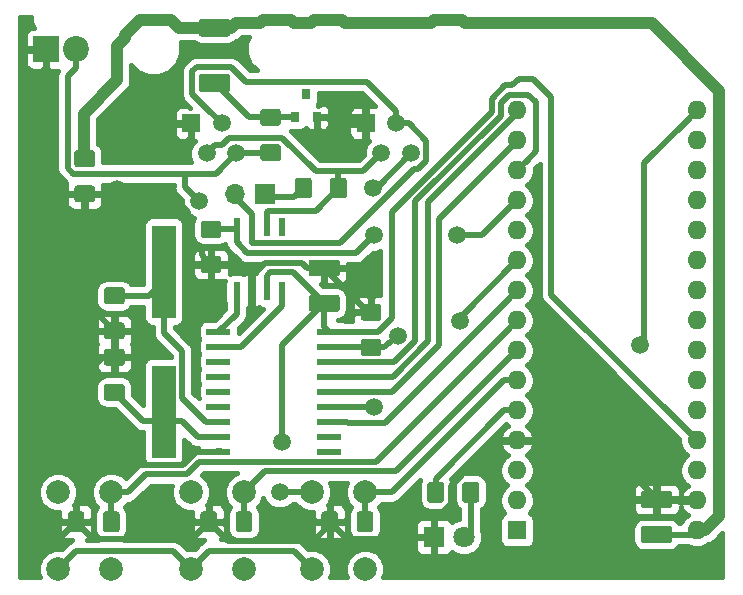
<source format=gbr>
G04 #@! TF.GenerationSoftware,KiCad,Pcbnew,(5.0.2-4-gb601aea34)*
G04 #@! TF.CreationDate,2019-01-14T20:19:02-06:00*
G04 #@! TF.ProjectId,Demo,44656d6f-2e6b-4696-9361-645f70636258,rev?*
G04 #@! TF.SameCoordinates,PXaf79e00PY7cee6c0*
G04 #@! TF.FileFunction,Copper,L1,Top*
G04 #@! TF.FilePolarity,Positive*
%FSLAX46Y46*%
G04 Gerber Fmt 4.6, Leading zero omitted, Abs format (unit mm)*
G04 Created by KiCad (PCBNEW (5.0.2-4-gb601aea34)) date Monday, January 14, 2019 at 08:19:02 PM*
%MOMM*%
%LPD*%
G01*
G04 APERTURE LIST*
G04 #@! TA.AperFunction,ComponentPad*
%ADD10C,1.520000*%
G04 #@! TD*
G04 #@! TA.AperFunction,ComponentPad*
%ADD11R,1.520000X1.520000*%
G04 #@! TD*
G04 #@! TA.AperFunction,ComponentPad*
%ADD12C,2.000000*%
G04 #@! TD*
G04 #@! TA.AperFunction,Conductor*
%ADD13C,0.100000*%
G04 #@! TD*
G04 #@! TA.AperFunction,SMDPad,CuDef*
%ADD14C,1.425000*%
G04 #@! TD*
G04 #@! TA.AperFunction,ComponentPad*
%ADD15R,1.700000X1.700000*%
G04 #@! TD*
G04 #@! TA.AperFunction,ComponentPad*
%ADD16O,1.700000X1.700000*%
G04 #@! TD*
G04 #@! TA.AperFunction,SMDPad,CuDef*
%ADD17C,1.525000*%
G04 #@! TD*
G04 #@! TA.AperFunction,ComponentPad*
%ADD18R,2.200000X2.200000*%
G04 #@! TD*
G04 #@! TA.AperFunction,ComponentPad*
%ADD19C,2.200000*%
G04 #@! TD*
G04 #@! TA.AperFunction,ComponentPad*
%ADD20R,1.800000X1.800000*%
G04 #@! TD*
G04 #@! TA.AperFunction,ComponentPad*
%ADD21C,1.800000*%
G04 #@! TD*
G04 #@! TA.AperFunction,SMDPad,CuDef*
%ADD22R,0.800000X0.900000*%
G04 #@! TD*
G04 #@! TA.AperFunction,SMDPad,CuDef*
%ADD23R,2.000000X7.875000*%
G04 #@! TD*
G04 #@! TA.AperFunction,ComponentPad*
%ADD24O,1.600000X1.600000*%
G04 #@! TD*
G04 #@! TA.AperFunction,ComponentPad*
%ADD25R,1.600000X1.600000*%
G04 #@! TD*
G04 #@! TA.AperFunction,SMDPad,CuDef*
%ADD26R,2.000000X0.600000*%
G04 #@! TD*
G04 #@! TA.AperFunction,SMDPad,CuDef*
%ADD27R,0.600000X1.550000*%
G04 #@! TD*
G04 #@! TA.AperFunction,ViaPad*
%ADD28C,1.500000*%
G04 #@! TD*
G04 #@! TA.AperFunction,Conductor*
%ADD29C,0.500000*%
G04 #@! TD*
G04 #@! TA.AperFunction,Conductor*
%ADD30C,0.750000*%
G04 #@! TD*
G04 #@! TA.AperFunction,Conductor*
%ADD31C,1.000000*%
G04 #@! TD*
G04 #@! TA.AperFunction,Conductor*
%ADD32C,0.400000*%
G04 #@! TD*
G04 APERTURE END LIST*
D10*
G04 #@! TO.P,J2,4*
G04 #@! TO.N,/Vin*
X-27145777Y36679963D03*
G04 #@! TO.P,J2,3*
G04 #@! TO.N,/CANH*
X-28385777Y39219963D03*
G04 #@! TO.P,J2,2*
G04 #@! TO.N,/CANL*
X-29655777Y36679963D03*
D11*
G04 #@! TO.P,J2,1*
G04 #@! TO.N,GND*
X-30955777Y39219963D03*
G04 #@! TD*
G04 #@! TO.P,J1,1*
G04 #@! TO.N,GND*
X-45730000Y39219963D03*
D10*
G04 #@! TO.P,J1,2*
G04 #@! TO.N,/CANL*
X-44430000Y36679963D03*
G04 #@! TO.P,J1,3*
G04 #@! TO.N,/CANH*
X-43160000Y39219963D03*
G04 #@! TO.P,J1,4*
G04 #@! TO.N,/Vin*
X-41920000Y36679963D03*
G04 #@! TD*
D12*
G04 #@! TO.P,SW3,2*
G04 #@! TO.N,+5V*
X-57000000Y1500000D03*
G04 #@! TO.P,SW3,1*
G04 #@! TO.N,/S3*
X-52500000Y1500000D03*
G04 #@! TO.P,SW3,2*
G04 #@! TO.N,+5V*
X-57000000Y8000000D03*
G04 #@! TO.P,SW3,1*
G04 #@! TO.N,/S3*
X-52500000Y8000000D03*
G04 #@! TD*
G04 #@! TO.P,SW2,1*
G04 #@! TO.N,/S2*
X-41250000Y8000000D03*
G04 #@! TO.P,SW2,2*
G04 #@! TO.N,+5V*
X-45750000Y8000000D03*
G04 #@! TO.P,SW2,1*
G04 #@! TO.N,/S2*
X-41250000Y1500000D03*
G04 #@! TO.P,SW2,2*
G04 #@! TO.N,+5V*
X-45750000Y1500000D03*
G04 #@! TD*
G04 #@! TO.P,SW1,2*
G04 #@! TO.N,+5V*
X-35500000Y1500000D03*
G04 #@! TO.P,SW1,1*
G04 #@! TO.N,/S1*
X-31000000Y1500000D03*
G04 #@! TO.P,SW1,2*
G04 #@! TO.N,+5V*
X-35500000Y8000000D03*
G04 #@! TO.P,SW1,1*
G04 #@! TO.N,/S1*
X-31000000Y8000000D03*
G04 #@! TD*
D13*
G04 #@! TO.N,GND*
G04 #@! TO.C,C5*
G36*
X-5227496Y8103796D02*
X-5203227Y8100196D01*
X-5179429Y8094235D01*
X-5156329Y8085970D01*
X-5134151Y8075480D01*
X-5113107Y8062867D01*
X-5093402Y8048253D01*
X-5075223Y8031777D01*
X-5058747Y8013598D01*
X-5044133Y7993893D01*
X-5031520Y7972849D01*
X-5021030Y7950671D01*
X-5012765Y7927571D01*
X-5006804Y7903773D01*
X-5003204Y7879504D01*
X-5002000Y7855000D01*
X-5002000Y6930000D01*
X-5003204Y6905496D01*
X-5006804Y6881227D01*
X-5012765Y6857429D01*
X-5021030Y6834329D01*
X-5031520Y6812151D01*
X-5044133Y6791107D01*
X-5058747Y6771402D01*
X-5075223Y6753223D01*
X-5093402Y6736747D01*
X-5113107Y6722133D01*
X-5134151Y6709520D01*
X-5156329Y6699030D01*
X-5179429Y6690765D01*
X-5203227Y6684804D01*
X-5227496Y6681204D01*
X-5252000Y6680000D01*
X-7402000Y6680000D01*
X-7426504Y6681204D01*
X-7450773Y6684804D01*
X-7474571Y6690765D01*
X-7497671Y6699030D01*
X-7519849Y6709520D01*
X-7540893Y6722133D01*
X-7560598Y6736747D01*
X-7578777Y6753223D01*
X-7595253Y6771402D01*
X-7609867Y6791107D01*
X-7622480Y6812151D01*
X-7632970Y6834329D01*
X-7641235Y6857429D01*
X-7647196Y6881227D01*
X-7650796Y6905496D01*
X-7652000Y6930000D01*
X-7652000Y7855000D01*
X-7650796Y7879504D01*
X-7647196Y7903773D01*
X-7641235Y7927571D01*
X-7632970Y7950671D01*
X-7622480Y7972849D01*
X-7609867Y7993893D01*
X-7595253Y8013598D01*
X-7578777Y8031777D01*
X-7560598Y8048253D01*
X-7540893Y8062867D01*
X-7519849Y8075480D01*
X-7497671Y8085970D01*
X-7474571Y8094235D01*
X-7450773Y8100196D01*
X-7426504Y8103796D01*
X-7402000Y8105000D01*
X-5252000Y8105000D01*
X-5227496Y8103796D01*
X-5227496Y8103796D01*
G37*
D14*
G04 #@! TD*
G04 #@! TO.P,C5,1*
G04 #@! TO.N,GND*
X-6327000Y7392500D03*
D13*
G04 #@! TO.N,+12V*
G04 #@! TO.C,C5*
G36*
X-5227496Y5128796D02*
X-5203227Y5125196D01*
X-5179429Y5119235D01*
X-5156329Y5110970D01*
X-5134151Y5100480D01*
X-5113107Y5087867D01*
X-5093402Y5073253D01*
X-5075223Y5056777D01*
X-5058747Y5038598D01*
X-5044133Y5018893D01*
X-5031520Y4997849D01*
X-5021030Y4975671D01*
X-5012765Y4952571D01*
X-5006804Y4928773D01*
X-5003204Y4904504D01*
X-5002000Y4880000D01*
X-5002000Y3955000D01*
X-5003204Y3930496D01*
X-5006804Y3906227D01*
X-5012765Y3882429D01*
X-5021030Y3859329D01*
X-5031520Y3837151D01*
X-5044133Y3816107D01*
X-5058747Y3796402D01*
X-5075223Y3778223D01*
X-5093402Y3761747D01*
X-5113107Y3747133D01*
X-5134151Y3734520D01*
X-5156329Y3724030D01*
X-5179429Y3715765D01*
X-5203227Y3709804D01*
X-5227496Y3706204D01*
X-5252000Y3705000D01*
X-7402000Y3705000D01*
X-7426504Y3706204D01*
X-7450773Y3709804D01*
X-7474571Y3715765D01*
X-7497671Y3724030D01*
X-7519849Y3734520D01*
X-7540893Y3747133D01*
X-7560598Y3761747D01*
X-7578777Y3778223D01*
X-7595253Y3796402D01*
X-7609867Y3816107D01*
X-7622480Y3837151D01*
X-7632970Y3859329D01*
X-7641235Y3882429D01*
X-7647196Y3906227D01*
X-7650796Y3930496D01*
X-7652000Y3955000D01*
X-7652000Y4880000D01*
X-7650796Y4904504D01*
X-7647196Y4928773D01*
X-7641235Y4952571D01*
X-7632970Y4975671D01*
X-7622480Y4997849D01*
X-7609867Y5018893D01*
X-7595253Y5038598D01*
X-7578777Y5056777D01*
X-7560598Y5073253D01*
X-7540893Y5087867D01*
X-7519849Y5100480D01*
X-7497671Y5110970D01*
X-7474571Y5119235D01*
X-7450773Y5125196D01*
X-7426504Y5128796D01*
X-7402000Y5130000D01*
X-5252000Y5130000D01*
X-5227496Y5128796D01*
X-5227496Y5128796D01*
G37*
D14*
G04 #@! TD*
G04 #@! TO.P,C5,2*
G04 #@! TO.N,+12V*
X-6327000Y4417500D03*
D15*
G04 #@! TO.P,J3,1*
G04 #@! TO.N,Net-(J3-Pad1)*
X-39500000Y33250000D03*
D16*
G04 #@! TO.P,J3,2*
G04 #@! TO.N,/CANH*
X-42040000Y33250000D03*
G04 #@! TD*
D13*
G04 #@! TO.N,+12V*
G04 #@! TO.C,D3*
G36*
X-42650495Y48098796D02*
X-42626227Y48095196D01*
X-42602428Y48089235D01*
X-42579329Y48080970D01*
X-42557150Y48070480D01*
X-42536107Y48057868D01*
X-42516401Y48043253D01*
X-42498223Y48026777D01*
X-42481747Y48008599D01*
X-42467132Y47988893D01*
X-42454520Y47967850D01*
X-42444030Y47945671D01*
X-42435765Y47922572D01*
X-42429804Y47898773D01*
X-42426204Y47874505D01*
X-42425000Y47850001D01*
X-42425000Y46824999D01*
X-42426204Y46800495D01*
X-42429804Y46776227D01*
X-42435765Y46752428D01*
X-42444030Y46729329D01*
X-42454520Y46707150D01*
X-42467132Y46686107D01*
X-42481747Y46666401D01*
X-42498223Y46648223D01*
X-42516401Y46631747D01*
X-42536107Y46617132D01*
X-42557150Y46604520D01*
X-42579329Y46594030D01*
X-42602428Y46585765D01*
X-42626227Y46579804D01*
X-42650495Y46576204D01*
X-42674999Y46575000D01*
X-44825001Y46575000D01*
X-44849505Y46576204D01*
X-44873773Y46579804D01*
X-44897572Y46585765D01*
X-44920671Y46594030D01*
X-44942850Y46604520D01*
X-44963893Y46617132D01*
X-44983599Y46631747D01*
X-45001777Y46648223D01*
X-45018253Y46666401D01*
X-45032868Y46686107D01*
X-45045480Y46707150D01*
X-45055970Y46729329D01*
X-45064235Y46752428D01*
X-45070196Y46776227D01*
X-45073796Y46800495D01*
X-45075000Y46824999D01*
X-45075000Y47850001D01*
X-45073796Y47874505D01*
X-45070196Y47898773D01*
X-45064235Y47922572D01*
X-45055970Y47945671D01*
X-45045480Y47967850D01*
X-45032868Y47988893D01*
X-45018253Y48008599D01*
X-45001777Y48026777D01*
X-44983599Y48043253D01*
X-44963893Y48057868D01*
X-44942850Y48070480D01*
X-44920671Y48080970D01*
X-44897572Y48089235D01*
X-44873773Y48095196D01*
X-44849505Y48098796D01*
X-44825001Y48100000D01*
X-42674999Y48100000D01*
X-42650495Y48098796D01*
X-42650495Y48098796D01*
G37*
D17*
G04 #@! TD*
G04 #@! TO.P,D3,1*
G04 #@! TO.N,+12V*
X-43750000Y47337500D03*
D13*
G04 #@! TO.N,Net-(D2-Pad1)*
G04 #@! TO.C,D3*
G36*
X-42650495Y43423796D02*
X-42626227Y43420196D01*
X-42602428Y43414235D01*
X-42579329Y43405970D01*
X-42557150Y43395480D01*
X-42536107Y43382868D01*
X-42516401Y43368253D01*
X-42498223Y43351777D01*
X-42481747Y43333599D01*
X-42467132Y43313893D01*
X-42454520Y43292850D01*
X-42444030Y43270671D01*
X-42435765Y43247572D01*
X-42429804Y43223773D01*
X-42426204Y43199505D01*
X-42425000Y43175001D01*
X-42425000Y42149999D01*
X-42426204Y42125495D01*
X-42429804Y42101227D01*
X-42435765Y42077428D01*
X-42444030Y42054329D01*
X-42454520Y42032150D01*
X-42467132Y42011107D01*
X-42481747Y41991401D01*
X-42498223Y41973223D01*
X-42516401Y41956747D01*
X-42536107Y41942132D01*
X-42557150Y41929520D01*
X-42579329Y41919030D01*
X-42602428Y41910765D01*
X-42626227Y41904804D01*
X-42650495Y41901204D01*
X-42674999Y41900000D01*
X-44825001Y41900000D01*
X-44849505Y41901204D01*
X-44873773Y41904804D01*
X-44897572Y41910765D01*
X-44920671Y41919030D01*
X-44942850Y41929520D01*
X-44963893Y41942132D01*
X-44983599Y41956747D01*
X-45001777Y41973223D01*
X-45018253Y41991401D01*
X-45032868Y42011107D01*
X-45045480Y42032150D01*
X-45055970Y42054329D01*
X-45064235Y42077428D01*
X-45070196Y42101227D01*
X-45073796Y42125495D01*
X-45075000Y42149999D01*
X-45075000Y43175001D01*
X-45073796Y43199505D01*
X-45070196Y43223773D01*
X-45064235Y43247572D01*
X-45055970Y43270671D01*
X-45045480Y43292850D01*
X-45032868Y43313893D01*
X-45018253Y43333599D01*
X-45001777Y43351777D01*
X-44983599Y43368253D01*
X-44963893Y43382868D01*
X-44942850Y43395480D01*
X-44920671Y43405970D01*
X-44897572Y43414235D01*
X-44873773Y43420196D01*
X-44849505Y43423796D01*
X-44825001Y43425000D01*
X-42674999Y43425000D01*
X-42650495Y43423796D01*
X-42650495Y43423796D01*
G37*
D17*
G04 #@! TD*
G04 #@! TO.P,D3,2*
G04 #@! TO.N,Net-(D2-Pad1)*
X-43750000Y42662500D03*
D18*
G04 #@! TO.P,J4,1*
G04 #@! TO.N,GND*
X-58000000Y45500000D03*
D19*
G04 #@! TO.P,J4,2*
G04 #@! TO.N,/Vin*
X-55460000Y45500000D03*
G04 #@! TD*
D20*
G04 #@! TO.P,D1,1*
G04 #@! TO.N,GND*
X-25159595Y4195750D03*
D21*
G04 #@! TO.P,D1,2*
G04 #@! TO.N,Net-(D1-Pad2)*
X-22619595Y4195750D03*
G04 #@! TD*
D22*
G04 #@! TO.P,D2,1*
G04 #@! TO.N,Net-(D2-Pad1)*
X-36950000Y39750000D03*
G04 #@! TO.P,D2,2*
G04 #@! TO.N,GND*
X-35050000Y39750000D03*
G04 #@! TO.P,D2,3*
G04 #@! TO.N,N/C*
X-36000000Y41750000D03*
G04 #@! TD*
D13*
G04 #@! TO.N,GND*
G04 #@! TO.C,R8*
G36*
X-29850496Y23948796D02*
X-29826227Y23945196D01*
X-29802429Y23939235D01*
X-29779329Y23930970D01*
X-29757151Y23920480D01*
X-29736107Y23907867D01*
X-29716402Y23893253D01*
X-29698223Y23876777D01*
X-29681747Y23858598D01*
X-29667133Y23838893D01*
X-29654520Y23817849D01*
X-29644030Y23795671D01*
X-29635765Y23772571D01*
X-29629804Y23748773D01*
X-29626204Y23724504D01*
X-29625000Y23700000D01*
X-29625000Y22775000D01*
X-29626204Y22750496D01*
X-29629804Y22726227D01*
X-29635765Y22702429D01*
X-29644030Y22679329D01*
X-29654520Y22657151D01*
X-29667133Y22636107D01*
X-29681747Y22616402D01*
X-29698223Y22598223D01*
X-29716402Y22581747D01*
X-29736107Y22567133D01*
X-29757151Y22554520D01*
X-29779329Y22544030D01*
X-29802429Y22535765D01*
X-29826227Y22529804D01*
X-29850496Y22526204D01*
X-29875000Y22525000D01*
X-31125000Y22525000D01*
X-31149504Y22526204D01*
X-31173773Y22529804D01*
X-31197571Y22535765D01*
X-31220671Y22544030D01*
X-31242849Y22554520D01*
X-31263893Y22567133D01*
X-31283598Y22581747D01*
X-31301777Y22598223D01*
X-31318253Y22616402D01*
X-31332867Y22636107D01*
X-31345480Y22657151D01*
X-31355970Y22679329D01*
X-31364235Y22702429D01*
X-31370196Y22726227D01*
X-31373796Y22750496D01*
X-31375000Y22775000D01*
X-31375000Y23700000D01*
X-31373796Y23724504D01*
X-31370196Y23748773D01*
X-31364235Y23772571D01*
X-31355970Y23795671D01*
X-31345480Y23817849D01*
X-31332867Y23838893D01*
X-31318253Y23858598D01*
X-31301777Y23876777D01*
X-31283598Y23893253D01*
X-31263893Y23907867D01*
X-31242849Y23920480D01*
X-31220671Y23930970D01*
X-31197571Y23939235D01*
X-31173773Y23945196D01*
X-31149504Y23948796D01*
X-31125000Y23950000D01*
X-29875000Y23950000D01*
X-29850496Y23948796D01*
X-29850496Y23948796D01*
G37*
D14*
G04 #@! TD*
G04 #@! TO.P,R8,2*
G04 #@! TO.N,GND*
X-30500000Y23237500D03*
D13*
G04 #@! TO.N,/CAN_RST*
G04 #@! TO.C,R8*
G36*
X-29850496Y20973796D02*
X-29826227Y20970196D01*
X-29802429Y20964235D01*
X-29779329Y20955970D01*
X-29757151Y20945480D01*
X-29736107Y20932867D01*
X-29716402Y20918253D01*
X-29698223Y20901777D01*
X-29681747Y20883598D01*
X-29667133Y20863893D01*
X-29654520Y20842849D01*
X-29644030Y20820671D01*
X-29635765Y20797571D01*
X-29629804Y20773773D01*
X-29626204Y20749504D01*
X-29625000Y20725000D01*
X-29625000Y19800000D01*
X-29626204Y19775496D01*
X-29629804Y19751227D01*
X-29635765Y19727429D01*
X-29644030Y19704329D01*
X-29654520Y19682151D01*
X-29667133Y19661107D01*
X-29681747Y19641402D01*
X-29698223Y19623223D01*
X-29716402Y19606747D01*
X-29736107Y19592133D01*
X-29757151Y19579520D01*
X-29779329Y19569030D01*
X-29802429Y19560765D01*
X-29826227Y19554804D01*
X-29850496Y19551204D01*
X-29875000Y19550000D01*
X-31125000Y19550000D01*
X-31149504Y19551204D01*
X-31173773Y19554804D01*
X-31197571Y19560765D01*
X-31220671Y19569030D01*
X-31242849Y19579520D01*
X-31263893Y19592133D01*
X-31283598Y19606747D01*
X-31301777Y19623223D01*
X-31318253Y19641402D01*
X-31332867Y19661107D01*
X-31345480Y19682151D01*
X-31355970Y19704329D01*
X-31364235Y19727429D01*
X-31370196Y19751227D01*
X-31373796Y19775496D01*
X-31375000Y19800000D01*
X-31375000Y20725000D01*
X-31373796Y20749504D01*
X-31370196Y20773773D01*
X-31364235Y20797571D01*
X-31355970Y20820671D01*
X-31345480Y20842849D01*
X-31332867Y20863893D01*
X-31318253Y20883598D01*
X-31301777Y20901777D01*
X-31283598Y20918253D01*
X-31263893Y20932867D01*
X-31242849Y20945480D01*
X-31220671Y20955970D01*
X-31197571Y20964235D01*
X-31173773Y20970196D01*
X-31149504Y20973796D01*
X-31125000Y20975000D01*
X-29875000Y20975000D01*
X-29850496Y20973796D01*
X-29850496Y20973796D01*
G37*
D14*
G04 #@! TD*
G04 #@! TO.P,R8,1*
G04 #@! TO.N,/CAN_RST*
X-30500000Y20262500D03*
D13*
G04 #@! TO.N,/XCDR_RST*
G04 #@! TO.C,R7*
G36*
X-43396496Y30963796D02*
X-43372227Y30960196D01*
X-43348429Y30954235D01*
X-43325329Y30945970D01*
X-43303151Y30935480D01*
X-43282107Y30922867D01*
X-43262402Y30908253D01*
X-43244223Y30891777D01*
X-43227747Y30873598D01*
X-43213133Y30853893D01*
X-43200520Y30832849D01*
X-43190030Y30810671D01*
X-43181765Y30787571D01*
X-43175804Y30763773D01*
X-43172204Y30739504D01*
X-43171000Y30715000D01*
X-43171000Y29790000D01*
X-43172204Y29765496D01*
X-43175804Y29741227D01*
X-43181765Y29717429D01*
X-43190030Y29694329D01*
X-43200520Y29672151D01*
X-43213133Y29651107D01*
X-43227747Y29631402D01*
X-43244223Y29613223D01*
X-43262402Y29596747D01*
X-43282107Y29582133D01*
X-43303151Y29569520D01*
X-43325329Y29559030D01*
X-43348429Y29550765D01*
X-43372227Y29544804D01*
X-43396496Y29541204D01*
X-43421000Y29540000D01*
X-44671000Y29540000D01*
X-44695504Y29541204D01*
X-44719773Y29544804D01*
X-44743571Y29550765D01*
X-44766671Y29559030D01*
X-44788849Y29569520D01*
X-44809893Y29582133D01*
X-44829598Y29596747D01*
X-44847777Y29613223D01*
X-44864253Y29631402D01*
X-44878867Y29651107D01*
X-44891480Y29672151D01*
X-44901970Y29694329D01*
X-44910235Y29717429D01*
X-44916196Y29741227D01*
X-44919796Y29765496D01*
X-44921000Y29790000D01*
X-44921000Y30715000D01*
X-44919796Y30739504D01*
X-44916196Y30763773D01*
X-44910235Y30787571D01*
X-44901970Y30810671D01*
X-44891480Y30832849D01*
X-44878867Y30853893D01*
X-44864253Y30873598D01*
X-44847777Y30891777D01*
X-44829598Y30908253D01*
X-44809893Y30922867D01*
X-44788849Y30935480D01*
X-44766671Y30945970D01*
X-44743571Y30954235D01*
X-44719773Y30960196D01*
X-44695504Y30963796D01*
X-44671000Y30965000D01*
X-43421000Y30965000D01*
X-43396496Y30963796D01*
X-43396496Y30963796D01*
G37*
D14*
G04 #@! TD*
G04 #@! TO.P,R7,1*
G04 #@! TO.N,/XCDR_RST*
X-44046000Y30252500D03*
D13*
G04 #@! TO.N,GND*
G04 #@! TO.C,R7*
G36*
X-43396496Y27988796D02*
X-43372227Y27985196D01*
X-43348429Y27979235D01*
X-43325329Y27970970D01*
X-43303151Y27960480D01*
X-43282107Y27947867D01*
X-43262402Y27933253D01*
X-43244223Y27916777D01*
X-43227747Y27898598D01*
X-43213133Y27878893D01*
X-43200520Y27857849D01*
X-43190030Y27835671D01*
X-43181765Y27812571D01*
X-43175804Y27788773D01*
X-43172204Y27764504D01*
X-43171000Y27740000D01*
X-43171000Y26815000D01*
X-43172204Y26790496D01*
X-43175804Y26766227D01*
X-43181765Y26742429D01*
X-43190030Y26719329D01*
X-43200520Y26697151D01*
X-43213133Y26676107D01*
X-43227747Y26656402D01*
X-43244223Y26638223D01*
X-43262402Y26621747D01*
X-43282107Y26607133D01*
X-43303151Y26594520D01*
X-43325329Y26584030D01*
X-43348429Y26575765D01*
X-43372227Y26569804D01*
X-43396496Y26566204D01*
X-43421000Y26565000D01*
X-44671000Y26565000D01*
X-44695504Y26566204D01*
X-44719773Y26569804D01*
X-44743571Y26575765D01*
X-44766671Y26584030D01*
X-44788849Y26594520D01*
X-44809893Y26607133D01*
X-44829598Y26621747D01*
X-44847777Y26638223D01*
X-44864253Y26656402D01*
X-44878867Y26676107D01*
X-44891480Y26697151D01*
X-44901970Y26719329D01*
X-44910235Y26742429D01*
X-44916196Y26766227D01*
X-44919796Y26790496D01*
X-44921000Y26815000D01*
X-44921000Y27740000D01*
X-44919796Y27764504D01*
X-44916196Y27788773D01*
X-44910235Y27812571D01*
X-44901970Y27835671D01*
X-44891480Y27857849D01*
X-44878867Y27878893D01*
X-44864253Y27898598D01*
X-44847777Y27916777D01*
X-44829598Y27933253D01*
X-44809893Y27947867D01*
X-44788849Y27960480D01*
X-44766671Y27970970D01*
X-44743571Y27979235D01*
X-44719773Y27985196D01*
X-44695504Y27988796D01*
X-44671000Y27990000D01*
X-43421000Y27990000D01*
X-43396496Y27988796D01*
X-43396496Y27988796D01*
G37*
D14*
G04 #@! TD*
G04 #@! TO.P,R7,2*
G04 #@! TO.N,GND*
X-44046000Y27277500D03*
D13*
G04 #@! TO.N,/S3*
G04 #@! TO.C,R6*
G36*
X-52012996Y6373796D02*
X-51988727Y6370196D01*
X-51964929Y6364235D01*
X-51941829Y6355970D01*
X-51919651Y6345480D01*
X-51898607Y6332867D01*
X-51878902Y6318253D01*
X-51860723Y6301777D01*
X-51844247Y6283598D01*
X-51829633Y6263893D01*
X-51817020Y6242849D01*
X-51806530Y6220671D01*
X-51798265Y6197571D01*
X-51792304Y6173773D01*
X-51788704Y6149504D01*
X-51787500Y6125000D01*
X-51787500Y4875000D01*
X-51788704Y4850496D01*
X-51792304Y4826227D01*
X-51798265Y4802429D01*
X-51806530Y4779329D01*
X-51817020Y4757151D01*
X-51829633Y4736107D01*
X-51844247Y4716402D01*
X-51860723Y4698223D01*
X-51878902Y4681747D01*
X-51898607Y4667133D01*
X-51919651Y4654520D01*
X-51941829Y4644030D01*
X-51964929Y4635765D01*
X-51988727Y4629804D01*
X-52012996Y4626204D01*
X-52037500Y4625000D01*
X-52962500Y4625000D01*
X-52987004Y4626204D01*
X-53011273Y4629804D01*
X-53035071Y4635765D01*
X-53058171Y4644030D01*
X-53080349Y4654520D01*
X-53101393Y4667133D01*
X-53121098Y4681747D01*
X-53139277Y4698223D01*
X-53155753Y4716402D01*
X-53170367Y4736107D01*
X-53182980Y4757151D01*
X-53193470Y4779329D01*
X-53201735Y4802429D01*
X-53207696Y4826227D01*
X-53211296Y4850496D01*
X-53212500Y4875000D01*
X-53212500Y6125000D01*
X-53211296Y6149504D01*
X-53207696Y6173773D01*
X-53201735Y6197571D01*
X-53193470Y6220671D01*
X-53182980Y6242849D01*
X-53170367Y6263893D01*
X-53155753Y6283598D01*
X-53139277Y6301777D01*
X-53121098Y6318253D01*
X-53101393Y6332867D01*
X-53080349Y6345480D01*
X-53058171Y6355970D01*
X-53035071Y6364235D01*
X-53011273Y6370196D01*
X-52987004Y6373796D01*
X-52962500Y6375000D01*
X-52037500Y6375000D01*
X-52012996Y6373796D01*
X-52012996Y6373796D01*
G37*
D14*
G04 #@! TD*
G04 #@! TO.P,R6,2*
G04 #@! TO.N,/S3*
X-52500000Y5500000D03*
D13*
G04 #@! TO.N,GND*
G04 #@! TO.C,R6*
G36*
X-54987996Y6373796D02*
X-54963727Y6370196D01*
X-54939929Y6364235D01*
X-54916829Y6355970D01*
X-54894651Y6345480D01*
X-54873607Y6332867D01*
X-54853902Y6318253D01*
X-54835723Y6301777D01*
X-54819247Y6283598D01*
X-54804633Y6263893D01*
X-54792020Y6242849D01*
X-54781530Y6220671D01*
X-54773265Y6197571D01*
X-54767304Y6173773D01*
X-54763704Y6149504D01*
X-54762500Y6125000D01*
X-54762500Y4875000D01*
X-54763704Y4850496D01*
X-54767304Y4826227D01*
X-54773265Y4802429D01*
X-54781530Y4779329D01*
X-54792020Y4757151D01*
X-54804633Y4736107D01*
X-54819247Y4716402D01*
X-54835723Y4698223D01*
X-54853902Y4681747D01*
X-54873607Y4667133D01*
X-54894651Y4654520D01*
X-54916829Y4644030D01*
X-54939929Y4635765D01*
X-54963727Y4629804D01*
X-54987996Y4626204D01*
X-55012500Y4625000D01*
X-55937500Y4625000D01*
X-55962004Y4626204D01*
X-55986273Y4629804D01*
X-56010071Y4635765D01*
X-56033171Y4644030D01*
X-56055349Y4654520D01*
X-56076393Y4667133D01*
X-56096098Y4681747D01*
X-56114277Y4698223D01*
X-56130753Y4716402D01*
X-56145367Y4736107D01*
X-56157980Y4757151D01*
X-56168470Y4779329D01*
X-56176735Y4802429D01*
X-56182696Y4826227D01*
X-56186296Y4850496D01*
X-56187500Y4875000D01*
X-56187500Y6125000D01*
X-56186296Y6149504D01*
X-56182696Y6173773D01*
X-56176735Y6197571D01*
X-56168470Y6220671D01*
X-56157980Y6242849D01*
X-56145367Y6263893D01*
X-56130753Y6283598D01*
X-56114277Y6301777D01*
X-56096098Y6318253D01*
X-56076393Y6332867D01*
X-56055349Y6345480D01*
X-56033171Y6355970D01*
X-56010071Y6364235D01*
X-55986273Y6370196D01*
X-55962004Y6373796D01*
X-55937500Y6375000D01*
X-55012500Y6375000D01*
X-54987996Y6373796D01*
X-54987996Y6373796D01*
G37*
D14*
G04 #@! TD*
G04 #@! TO.P,R6,1*
G04 #@! TO.N,GND*
X-55475000Y5500000D03*
D13*
G04 #@! TO.N,/LED*
G04 #@! TO.C,R3*
G36*
X-24545091Y8873796D02*
X-24520822Y8870196D01*
X-24497024Y8864235D01*
X-24473924Y8855970D01*
X-24451746Y8845480D01*
X-24430702Y8832867D01*
X-24410997Y8818253D01*
X-24392818Y8801777D01*
X-24376342Y8783598D01*
X-24361728Y8763893D01*
X-24349115Y8742849D01*
X-24338625Y8720671D01*
X-24330360Y8697571D01*
X-24324399Y8673773D01*
X-24320799Y8649504D01*
X-24319595Y8625000D01*
X-24319595Y7375000D01*
X-24320799Y7350496D01*
X-24324399Y7326227D01*
X-24330360Y7302429D01*
X-24338625Y7279329D01*
X-24349115Y7257151D01*
X-24361728Y7236107D01*
X-24376342Y7216402D01*
X-24392818Y7198223D01*
X-24410997Y7181747D01*
X-24430702Y7167133D01*
X-24451746Y7154520D01*
X-24473924Y7144030D01*
X-24497024Y7135765D01*
X-24520822Y7129804D01*
X-24545091Y7126204D01*
X-24569595Y7125000D01*
X-25494595Y7125000D01*
X-25519099Y7126204D01*
X-25543368Y7129804D01*
X-25567166Y7135765D01*
X-25590266Y7144030D01*
X-25612444Y7154520D01*
X-25633488Y7167133D01*
X-25653193Y7181747D01*
X-25671372Y7198223D01*
X-25687848Y7216402D01*
X-25702462Y7236107D01*
X-25715075Y7257151D01*
X-25725565Y7279329D01*
X-25733830Y7302429D01*
X-25739791Y7326227D01*
X-25743391Y7350496D01*
X-25744595Y7375000D01*
X-25744595Y8625000D01*
X-25743391Y8649504D01*
X-25739791Y8673773D01*
X-25733830Y8697571D01*
X-25725565Y8720671D01*
X-25715075Y8742849D01*
X-25702462Y8763893D01*
X-25687848Y8783598D01*
X-25671372Y8801777D01*
X-25653193Y8818253D01*
X-25633488Y8832867D01*
X-25612444Y8845480D01*
X-25590266Y8855970D01*
X-25567166Y8864235D01*
X-25543368Y8870196D01*
X-25519099Y8873796D01*
X-25494595Y8875000D01*
X-24569595Y8875000D01*
X-24545091Y8873796D01*
X-24545091Y8873796D01*
G37*
D14*
G04 #@! TD*
G04 #@! TO.P,R3,1*
G04 #@! TO.N,/LED*
X-25032095Y8000000D03*
D13*
G04 #@! TO.N,Net-(D1-Pad2)*
G04 #@! TO.C,R3*
G36*
X-21570091Y8873796D02*
X-21545822Y8870196D01*
X-21522024Y8864235D01*
X-21498924Y8855970D01*
X-21476746Y8845480D01*
X-21455702Y8832867D01*
X-21435997Y8818253D01*
X-21417818Y8801777D01*
X-21401342Y8783598D01*
X-21386728Y8763893D01*
X-21374115Y8742849D01*
X-21363625Y8720671D01*
X-21355360Y8697571D01*
X-21349399Y8673773D01*
X-21345799Y8649504D01*
X-21344595Y8625000D01*
X-21344595Y7375000D01*
X-21345799Y7350496D01*
X-21349399Y7326227D01*
X-21355360Y7302429D01*
X-21363625Y7279329D01*
X-21374115Y7257151D01*
X-21386728Y7236107D01*
X-21401342Y7216402D01*
X-21417818Y7198223D01*
X-21435997Y7181747D01*
X-21455702Y7167133D01*
X-21476746Y7154520D01*
X-21498924Y7144030D01*
X-21522024Y7135765D01*
X-21545822Y7129804D01*
X-21570091Y7126204D01*
X-21594595Y7125000D01*
X-22519595Y7125000D01*
X-22544099Y7126204D01*
X-22568368Y7129804D01*
X-22592166Y7135765D01*
X-22615266Y7144030D01*
X-22637444Y7154520D01*
X-22658488Y7167133D01*
X-22678193Y7181747D01*
X-22696372Y7198223D01*
X-22712848Y7216402D01*
X-22727462Y7236107D01*
X-22740075Y7257151D01*
X-22750565Y7279329D01*
X-22758830Y7302429D01*
X-22764791Y7326227D01*
X-22768391Y7350496D01*
X-22769595Y7375000D01*
X-22769595Y8625000D01*
X-22768391Y8649504D01*
X-22764791Y8673773D01*
X-22758830Y8697571D01*
X-22750565Y8720671D01*
X-22740075Y8742849D01*
X-22727462Y8763893D01*
X-22712848Y8783598D01*
X-22696372Y8801777D01*
X-22678193Y8818253D01*
X-22658488Y8832867D01*
X-22637444Y8845480D01*
X-22615266Y8855970D01*
X-22592166Y8864235D01*
X-22568368Y8870196D01*
X-22544099Y8873796D01*
X-22519595Y8875000D01*
X-21594595Y8875000D01*
X-21570091Y8873796D01*
X-21570091Y8873796D01*
G37*
D14*
G04 #@! TD*
G04 #@! TO.P,R3,2*
G04 #@! TO.N,Net-(D1-Pad2)*
X-22057095Y8000000D03*
D13*
G04 #@! TO.N,GND*
G04 #@! TO.C,C2*
G36*
X-33368496Y27692796D02*
X-33344227Y27689196D01*
X-33320429Y27683235D01*
X-33297329Y27674970D01*
X-33275151Y27664480D01*
X-33254107Y27651867D01*
X-33234402Y27637253D01*
X-33216223Y27620777D01*
X-33199747Y27602598D01*
X-33185133Y27582893D01*
X-33172520Y27561849D01*
X-33162030Y27539671D01*
X-33153765Y27516571D01*
X-33147804Y27492773D01*
X-33144204Y27468504D01*
X-33143000Y27444000D01*
X-33143000Y26519000D01*
X-33144204Y26494496D01*
X-33147804Y26470227D01*
X-33153765Y26446429D01*
X-33162030Y26423329D01*
X-33172520Y26401151D01*
X-33185133Y26380107D01*
X-33199747Y26360402D01*
X-33216223Y26342223D01*
X-33234402Y26325747D01*
X-33254107Y26311133D01*
X-33275151Y26298520D01*
X-33297329Y26288030D01*
X-33320429Y26279765D01*
X-33344227Y26273804D01*
X-33368496Y26270204D01*
X-33393000Y26269000D01*
X-35543000Y26269000D01*
X-35567504Y26270204D01*
X-35591773Y26273804D01*
X-35615571Y26279765D01*
X-35638671Y26288030D01*
X-35660849Y26298520D01*
X-35681893Y26311133D01*
X-35701598Y26325747D01*
X-35719777Y26342223D01*
X-35736253Y26360402D01*
X-35750867Y26380107D01*
X-35763480Y26401151D01*
X-35773970Y26423329D01*
X-35782235Y26446429D01*
X-35788196Y26470227D01*
X-35791796Y26494496D01*
X-35793000Y26519000D01*
X-35793000Y27444000D01*
X-35791796Y27468504D01*
X-35788196Y27492773D01*
X-35782235Y27516571D01*
X-35773970Y27539671D01*
X-35763480Y27561849D01*
X-35750867Y27582893D01*
X-35736253Y27602598D01*
X-35719777Y27620777D01*
X-35701598Y27637253D01*
X-35681893Y27651867D01*
X-35660849Y27664480D01*
X-35638671Y27674970D01*
X-35615571Y27683235D01*
X-35591773Y27689196D01*
X-35567504Y27692796D01*
X-35543000Y27694000D01*
X-33393000Y27694000D01*
X-33368496Y27692796D01*
X-33368496Y27692796D01*
G37*
D14*
G04 #@! TD*
G04 #@! TO.P,C2,1*
G04 #@! TO.N,GND*
X-34468000Y26981500D03*
D13*
G04 #@! TO.N,+5V*
G04 #@! TO.C,C2*
G36*
X-33368496Y24717796D02*
X-33344227Y24714196D01*
X-33320429Y24708235D01*
X-33297329Y24699970D01*
X-33275151Y24689480D01*
X-33254107Y24676867D01*
X-33234402Y24662253D01*
X-33216223Y24645777D01*
X-33199747Y24627598D01*
X-33185133Y24607893D01*
X-33172520Y24586849D01*
X-33162030Y24564671D01*
X-33153765Y24541571D01*
X-33147804Y24517773D01*
X-33144204Y24493504D01*
X-33143000Y24469000D01*
X-33143000Y23544000D01*
X-33144204Y23519496D01*
X-33147804Y23495227D01*
X-33153765Y23471429D01*
X-33162030Y23448329D01*
X-33172520Y23426151D01*
X-33185133Y23405107D01*
X-33199747Y23385402D01*
X-33216223Y23367223D01*
X-33234402Y23350747D01*
X-33254107Y23336133D01*
X-33275151Y23323520D01*
X-33297329Y23313030D01*
X-33320429Y23304765D01*
X-33344227Y23298804D01*
X-33368496Y23295204D01*
X-33393000Y23294000D01*
X-35543000Y23294000D01*
X-35567504Y23295204D01*
X-35591773Y23298804D01*
X-35615571Y23304765D01*
X-35638671Y23313030D01*
X-35660849Y23323520D01*
X-35681893Y23336133D01*
X-35701598Y23350747D01*
X-35719777Y23367223D01*
X-35736253Y23385402D01*
X-35750867Y23405107D01*
X-35763480Y23426151D01*
X-35773970Y23448329D01*
X-35782235Y23471429D01*
X-35788196Y23495227D01*
X-35791796Y23519496D01*
X-35793000Y23544000D01*
X-35793000Y24469000D01*
X-35791796Y24493504D01*
X-35788196Y24517773D01*
X-35782235Y24541571D01*
X-35773970Y24564671D01*
X-35763480Y24586849D01*
X-35750867Y24607893D01*
X-35736253Y24627598D01*
X-35719777Y24645777D01*
X-35701598Y24662253D01*
X-35681893Y24676867D01*
X-35660849Y24689480D01*
X-35638671Y24699970D01*
X-35615571Y24708235D01*
X-35591773Y24714196D01*
X-35567504Y24717796D01*
X-35543000Y24719000D01*
X-33393000Y24719000D01*
X-33368496Y24717796D01*
X-33368496Y24717796D01*
G37*
D14*
G04 #@! TD*
G04 #@! TO.P,C2,2*
G04 #@! TO.N,+5V*
X-34468000Y24006500D03*
D23*
G04 #@! TO.P,Y1,1*
G04 #@! TO.N,Net-(C3-Pad2)*
X-48045000Y26687500D03*
G04 #@! TO.P,Y1,2*
G04 #@! TO.N,Net-(C4-Pad2)*
X-48045000Y14812500D03*
G04 #@! TD*
D13*
G04 #@! TO.N,Net-(C4-Pad2)*
G04 #@! TO.C,C4*
G36*
X-51586496Y17170796D02*
X-51562227Y17167196D01*
X-51538429Y17161235D01*
X-51515329Y17152970D01*
X-51493151Y17142480D01*
X-51472107Y17129867D01*
X-51452402Y17115253D01*
X-51434223Y17098777D01*
X-51417747Y17080598D01*
X-51403133Y17060893D01*
X-51390520Y17039849D01*
X-51380030Y17017671D01*
X-51371765Y16994571D01*
X-51365804Y16970773D01*
X-51362204Y16946504D01*
X-51361000Y16922000D01*
X-51361000Y15997000D01*
X-51362204Y15972496D01*
X-51365804Y15948227D01*
X-51371765Y15924429D01*
X-51380030Y15901329D01*
X-51390520Y15879151D01*
X-51403133Y15858107D01*
X-51417747Y15838402D01*
X-51434223Y15820223D01*
X-51452402Y15803747D01*
X-51472107Y15789133D01*
X-51493151Y15776520D01*
X-51515329Y15766030D01*
X-51538429Y15757765D01*
X-51562227Y15751804D01*
X-51586496Y15748204D01*
X-51611000Y15747000D01*
X-52861000Y15747000D01*
X-52885504Y15748204D01*
X-52909773Y15751804D01*
X-52933571Y15757765D01*
X-52956671Y15766030D01*
X-52978849Y15776520D01*
X-52999893Y15789133D01*
X-53019598Y15803747D01*
X-53037777Y15820223D01*
X-53054253Y15838402D01*
X-53068867Y15858107D01*
X-53081480Y15879151D01*
X-53091970Y15901329D01*
X-53100235Y15924429D01*
X-53106196Y15948227D01*
X-53109796Y15972496D01*
X-53111000Y15997000D01*
X-53111000Y16922000D01*
X-53109796Y16946504D01*
X-53106196Y16970773D01*
X-53100235Y16994571D01*
X-53091970Y17017671D01*
X-53081480Y17039849D01*
X-53068867Y17060893D01*
X-53054253Y17080598D01*
X-53037777Y17098777D01*
X-53019598Y17115253D01*
X-52999893Y17129867D01*
X-52978849Y17142480D01*
X-52956671Y17152970D01*
X-52933571Y17161235D01*
X-52909773Y17167196D01*
X-52885504Y17170796D01*
X-52861000Y17172000D01*
X-51611000Y17172000D01*
X-51586496Y17170796D01*
X-51586496Y17170796D01*
G37*
D14*
G04 #@! TD*
G04 #@! TO.P,C4,2*
G04 #@! TO.N,Net-(C4-Pad2)*
X-52236000Y16459500D03*
D13*
G04 #@! TO.N,GND*
G04 #@! TO.C,C4*
G36*
X-51586496Y20145796D02*
X-51562227Y20142196D01*
X-51538429Y20136235D01*
X-51515329Y20127970D01*
X-51493151Y20117480D01*
X-51472107Y20104867D01*
X-51452402Y20090253D01*
X-51434223Y20073777D01*
X-51417747Y20055598D01*
X-51403133Y20035893D01*
X-51390520Y20014849D01*
X-51380030Y19992671D01*
X-51371765Y19969571D01*
X-51365804Y19945773D01*
X-51362204Y19921504D01*
X-51361000Y19897000D01*
X-51361000Y18972000D01*
X-51362204Y18947496D01*
X-51365804Y18923227D01*
X-51371765Y18899429D01*
X-51380030Y18876329D01*
X-51390520Y18854151D01*
X-51403133Y18833107D01*
X-51417747Y18813402D01*
X-51434223Y18795223D01*
X-51452402Y18778747D01*
X-51472107Y18764133D01*
X-51493151Y18751520D01*
X-51515329Y18741030D01*
X-51538429Y18732765D01*
X-51562227Y18726804D01*
X-51586496Y18723204D01*
X-51611000Y18722000D01*
X-52861000Y18722000D01*
X-52885504Y18723204D01*
X-52909773Y18726804D01*
X-52933571Y18732765D01*
X-52956671Y18741030D01*
X-52978849Y18751520D01*
X-52999893Y18764133D01*
X-53019598Y18778747D01*
X-53037777Y18795223D01*
X-53054253Y18813402D01*
X-53068867Y18833107D01*
X-53081480Y18854151D01*
X-53091970Y18876329D01*
X-53100235Y18899429D01*
X-53106196Y18923227D01*
X-53109796Y18947496D01*
X-53111000Y18972000D01*
X-53111000Y19897000D01*
X-53109796Y19921504D01*
X-53106196Y19945773D01*
X-53100235Y19969571D01*
X-53091970Y19992671D01*
X-53081480Y20014849D01*
X-53068867Y20035893D01*
X-53054253Y20055598D01*
X-53037777Y20073777D01*
X-53019598Y20090253D01*
X-52999893Y20104867D01*
X-52978849Y20117480D01*
X-52956671Y20127970D01*
X-52933571Y20136235D01*
X-52909773Y20142196D01*
X-52885504Y20145796D01*
X-52861000Y20147000D01*
X-51611000Y20147000D01*
X-51586496Y20145796D01*
X-51586496Y20145796D01*
G37*
D14*
G04 #@! TD*
G04 #@! TO.P,C4,1*
G04 #@! TO.N,GND*
X-52236000Y19434500D03*
D13*
G04 #@! TO.N,Net-(C3-Pad2)*
G04 #@! TO.C,C3*
G36*
X-51586496Y25352796D02*
X-51562227Y25349196D01*
X-51538429Y25343235D01*
X-51515329Y25334970D01*
X-51493151Y25324480D01*
X-51472107Y25311867D01*
X-51452402Y25297253D01*
X-51434223Y25280777D01*
X-51417747Y25262598D01*
X-51403133Y25242893D01*
X-51390520Y25221849D01*
X-51380030Y25199671D01*
X-51371765Y25176571D01*
X-51365804Y25152773D01*
X-51362204Y25128504D01*
X-51361000Y25104000D01*
X-51361000Y24179000D01*
X-51362204Y24154496D01*
X-51365804Y24130227D01*
X-51371765Y24106429D01*
X-51380030Y24083329D01*
X-51390520Y24061151D01*
X-51403133Y24040107D01*
X-51417747Y24020402D01*
X-51434223Y24002223D01*
X-51452402Y23985747D01*
X-51472107Y23971133D01*
X-51493151Y23958520D01*
X-51515329Y23948030D01*
X-51538429Y23939765D01*
X-51562227Y23933804D01*
X-51586496Y23930204D01*
X-51611000Y23929000D01*
X-52861000Y23929000D01*
X-52885504Y23930204D01*
X-52909773Y23933804D01*
X-52933571Y23939765D01*
X-52956671Y23948030D01*
X-52978849Y23958520D01*
X-52999893Y23971133D01*
X-53019598Y23985747D01*
X-53037777Y24002223D01*
X-53054253Y24020402D01*
X-53068867Y24040107D01*
X-53081480Y24061151D01*
X-53091970Y24083329D01*
X-53100235Y24106429D01*
X-53106196Y24130227D01*
X-53109796Y24154496D01*
X-53111000Y24179000D01*
X-53111000Y25104000D01*
X-53109796Y25128504D01*
X-53106196Y25152773D01*
X-53100235Y25176571D01*
X-53091970Y25199671D01*
X-53081480Y25221849D01*
X-53068867Y25242893D01*
X-53054253Y25262598D01*
X-53037777Y25280777D01*
X-53019598Y25297253D01*
X-52999893Y25311867D01*
X-52978849Y25324480D01*
X-52956671Y25334970D01*
X-52933571Y25343235D01*
X-52909773Y25349196D01*
X-52885504Y25352796D01*
X-52861000Y25354000D01*
X-51611000Y25354000D01*
X-51586496Y25352796D01*
X-51586496Y25352796D01*
G37*
D14*
G04 #@! TD*
G04 #@! TO.P,C3,2*
G04 #@! TO.N,Net-(C3-Pad2)*
X-52236000Y24641500D03*
D13*
G04 #@! TO.N,GND*
G04 #@! TO.C,C3*
G36*
X-51586496Y22377796D02*
X-51562227Y22374196D01*
X-51538429Y22368235D01*
X-51515329Y22359970D01*
X-51493151Y22349480D01*
X-51472107Y22336867D01*
X-51452402Y22322253D01*
X-51434223Y22305777D01*
X-51417747Y22287598D01*
X-51403133Y22267893D01*
X-51390520Y22246849D01*
X-51380030Y22224671D01*
X-51371765Y22201571D01*
X-51365804Y22177773D01*
X-51362204Y22153504D01*
X-51361000Y22129000D01*
X-51361000Y21204000D01*
X-51362204Y21179496D01*
X-51365804Y21155227D01*
X-51371765Y21131429D01*
X-51380030Y21108329D01*
X-51390520Y21086151D01*
X-51403133Y21065107D01*
X-51417747Y21045402D01*
X-51434223Y21027223D01*
X-51452402Y21010747D01*
X-51472107Y20996133D01*
X-51493151Y20983520D01*
X-51515329Y20973030D01*
X-51538429Y20964765D01*
X-51562227Y20958804D01*
X-51586496Y20955204D01*
X-51611000Y20954000D01*
X-52861000Y20954000D01*
X-52885504Y20955204D01*
X-52909773Y20958804D01*
X-52933571Y20964765D01*
X-52956671Y20973030D01*
X-52978849Y20983520D01*
X-52999893Y20996133D01*
X-53019598Y21010747D01*
X-53037777Y21027223D01*
X-53054253Y21045402D01*
X-53068867Y21065107D01*
X-53081480Y21086151D01*
X-53091970Y21108329D01*
X-53100235Y21131429D01*
X-53106196Y21155227D01*
X-53109796Y21179496D01*
X-53111000Y21204000D01*
X-53111000Y22129000D01*
X-53109796Y22153504D01*
X-53106196Y22177773D01*
X-53100235Y22201571D01*
X-53091970Y22224671D01*
X-53081480Y22246849D01*
X-53068867Y22267893D01*
X-53054253Y22287598D01*
X-53037777Y22305777D01*
X-53019598Y22322253D01*
X-52999893Y22336867D01*
X-52978849Y22349480D01*
X-52956671Y22359970D01*
X-52933571Y22368235D01*
X-52909773Y22374196D01*
X-52885504Y22377796D01*
X-52861000Y22379000D01*
X-51611000Y22379000D01*
X-51586496Y22377796D01*
X-51586496Y22377796D01*
G37*
D14*
G04 #@! TD*
G04 #@! TO.P,C3,1*
G04 #@! TO.N,GND*
X-52236000Y21666500D03*
D13*
G04 #@! TO.N,GND*
G04 #@! TO.C,C1*
G36*
X-54100496Y33973796D02*
X-54076227Y33970196D01*
X-54052429Y33964235D01*
X-54029329Y33955970D01*
X-54007151Y33945480D01*
X-53986107Y33932867D01*
X-53966402Y33918253D01*
X-53948223Y33901777D01*
X-53931747Y33883598D01*
X-53917133Y33863893D01*
X-53904520Y33842849D01*
X-53894030Y33820671D01*
X-53885765Y33797571D01*
X-53879804Y33773773D01*
X-53876204Y33749504D01*
X-53875000Y33725000D01*
X-53875000Y32800000D01*
X-53876204Y32775496D01*
X-53879804Y32751227D01*
X-53885765Y32727429D01*
X-53894030Y32704329D01*
X-53904520Y32682151D01*
X-53917133Y32661107D01*
X-53931747Y32641402D01*
X-53948223Y32623223D01*
X-53966402Y32606747D01*
X-53986107Y32592133D01*
X-54007151Y32579520D01*
X-54029329Y32569030D01*
X-54052429Y32560765D01*
X-54076227Y32554804D01*
X-54100496Y32551204D01*
X-54125000Y32550000D01*
X-55375000Y32550000D01*
X-55399504Y32551204D01*
X-55423773Y32554804D01*
X-55447571Y32560765D01*
X-55470671Y32569030D01*
X-55492849Y32579520D01*
X-55513893Y32592133D01*
X-55533598Y32606747D01*
X-55551777Y32623223D01*
X-55568253Y32641402D01*
X-55582867Y32661107D01*
X-55595480Y32682151D01*
X-55605970Y32704329D01*
X-55614235Y32727429D01*
X-55620196Y32751227D01*
X-55623796Y32775496D01*
X-55625000Y32800000D01*
X-55625000Y33725000D01*
X-55623796Y33749504D01*
X-55620196Y33773773D01*
X-55614235Y33797571D01*
X-55605970Y33820671D01*
X-55595480Y33842849D01*
X-55582867Y33863893D01*
X-55568253Y33883598D01*
X-55551777Y33901777D01*
X-55533598Y33918253D01*
X-55513893Y33932867D01*
X-55492849Y33945480D01*
X-55470671Y33955970D01*
X-55447571Y33964235D01*
X-55423773Y33970196D01*
X-55399504Y33973796D01*
X-55375000Y33975000D01*
X-54125000Y33975000D01*
X-54100496Y33973796D01*
X-54100496Y33973796D01*
G37*
D14*
G04 #@! TD*
G04 #@! TO.P,C1,2*
G04 #@! TO.N,GND*
X-54750000Y33262500D03*
D13*
G04 #@! TO.N,+12V*
G04 #@! TO.C,C1*
G36*
X-54100496Y36948796D02*
X-54076227Y36945196D01*
X-54052429Y36939235D01*
X-54029329Y36930970D01*
X-54007151Y36920480D01*
X-53986107Y36907867D01*
X-53966402Y36893253D01*
X-53948223Y36876777D01*
X-53931747Y36858598D01*
X-53917133Y36838893D01*
X-53904520Y36817849D01*
X-53894030Y36795671D01*
X-53885765Y36772571D01*
X-53879804Y36748773D01*
X-53876204Y36724504D01*
X-53875000Y36700000D01*
X-53875000Y35775000D01*
X-53876204Y35750496D01*
X-53879804Y35726227D01*
X-53885765Y35702429D01*
X-53894030Y35679329D01*
X-53904520Y35657151D01*
X-53917133Y35636107D01*
X-53931747Y35616402D01*
X-53948223Y35598223D01*
X-53966402Y35581747D01*
X-53986107Y35567133D01*
X-54007151Y35554520D01*
X-54029329Y35544030D01*
X-54052429Y35535765D01*
X-54076227Y35529804D01*
X-54100496Y35526204D01*
X-54125000Y35525000D01*
X-55375000Y35525000D01*
X-55399504Y35526204D01*
X-55423773Y35529804D01*
X-55447571Y35535765D01*
X-55470671Y35544030D01*
X-55492849Y35554520D01*
X-55513893Y35567133D01*
X-55533598Y35581747D01*
X-55551777Y35598223D01*
X-55568253Y35616402D01*
X-55582867Y35636107D01*
X-55595480Y35657151D01*
X-55605970Y35679329D01*
X-55614235Y35702429D01*
X-55620196Y35726227D01*
X-55623796Y35750496D01*
X-55625000Y35775000D01*
X-55625000Y36700000D01*
X-55623796Y36724504D01*
X-55620196Y36748773D01*
X-55614235Y36772571D01*
X-55605970Y36795671D01*
X-55595480Y36817849D01*
X-55582867Y36838893D01*
X-55568253Y36858598D01*
X-55551777Y36876777D01*
X-55533598Y36893253D01*
X-55513893Y36907867D01*
X-55492849Y36920480D01*
X-55470671Y36930970D01*
X-55447571Y36939235D01*
X-55423773Y36945196D01*
X-55399504Y36948796D01*
X-55375000Y36950000D01*
X-54125000Y36950000D01*
X-54100496Y36948796D01*
X-54100496Y36948796D01*
G37*
D14*
G04 #@! TD*
G04 #@! TO.P,C1,1*
G04 #@! TO.N,+12V*
X-54750000Y36237500D03*
D24*
G04 #@! TO.P,A1,16*
G04 #@! TO.N,/SCK*
X-2898000Y40322000D03*
G04 #@! TO.P,A1,15*
G04 #@! TO.N,/SO*
X-18138000Y40322000D03*
G04 #@! TO.P,A1,30*
G04 #@! TO.N,+12V*
X-2898000Y4762000D03*
G04 #@! TO.P,A1,14*
G04 #@! TO.N,/SI*
X-18138000Y37782000D03*
G04 #@! TO.P,A1,29*
G04 #@! TO.N,GND*
X-2898000Y7302000D03*
G04 #@! TO.P,A1,13*
G04 #@! TO.N,/CS*
X-18138000Y35242000D03*
G04 #@! TO.P,A1,28*
G04 #@! TO.N,Net-(A1-Pad28)*
X-2898000Y9842000D03*
G04 #@! TO.P,A1,12*
G04 #@! TO.N,/XCDR_RST*
X-18138000Y32702000D03*
G04 #@! TO.P,A1,27*
G04 #@! TO.N,+5V*
X-2898000Y12382000D03*
G04 #@! TO.P,A1,11*
G04 #@! TO.N,Net-(A1-Pad11)*
X-18138000Y30162000D03*
G04 #@! TO.P,A1,26*
G04 #@! TO.N,Net-(A1-Pad26)*
X-2898000Y14922000D03*
G04 #@! TO.P,A1,10*
G04 #@! TO.N,/CAN_RST*
X-18138000Y27622000D03*
G04 #@! TO.P,A1,25*
G04 #@! TO.N,Net-(A1-Pad25)*
X-2898000Y17462000D03*
G04 #@! TO.P,A1,9*
G04 #@! TO.N,/int*
X-18138000Y25082000D03*
G04 #@! TO.P,A1,24*
G04 #@! TO.N,Net-(A1-Pad24)*
X-2898000Y20002000D03*
G04 #@! TO.P,A1,8*
G04 #@! TO.N,/S3*
X-18138000Y22542000D03*
G04 #@! TO.P,A1,23*
G04 #@! TO.N,Net-(A1-Pad23)*
X-2898000Y22542000D03*
G04 #@! TO.P,A1,7*
G04 #@! TO.N,/S2*
X-18138000Y20002000D03*
G04 #@! TO.P,A1,22*
G04 #@! TO.N,Net-(A1-Pad22)*
X-2898000Y25082000D03*
G04 #@! TO.P,A1,6*
G04 #@! TO.N,/S1*
X-18138000Y17462000D03*
G04 #@! TO.P,A1,21*
G04 #@! TO.N,Net-(A1-Pad21)*
X-2898000Y27622000D03*
G04 #@! TO.P,A1,5*
G04 #@! TO.N,/LED*
X-18138000Y14922000D03*
G04 #@! TO.P,A1,20*
G04 #@! TO.N,Net-(A1-Pad20)*
X-2898000Y30162000D03*
G04 #@! TO.P,A1,4*
G04 #@! TO.N,GND*
X-18138000Y12382000D03*
G04 #@! TO.P,A1,19*
G04 #@! TO.N,Net-(A1-Pad19)*
X-2898000Y32702000D03*
G04 #@! TO.P,A1,3*
G04 #@! TO.N,Net-(A1-Pad3)*
X-18138000Y9842000D03*
G04 #@! TO.P,A1,18*
G04 #@! TO.N,Net-(A1-Pad18)*
X-2898000Y35242000D03*
G04 #@! TO.P,A1,2*
G04 #@! TO.N,Net-(A1-Pad2)*
X-18138000Y7302000D03*
G04 #@! TO.P,A1,17*
G04 #@! TO.N,Net-(A1-Pad17)*
X-2898000Y37782000D03*
D25*
G04 #@! TO.P,A1,1*
G04 #@! TO.N,Net-(A1-Pad1)*
X-18138000Y4762000D03*
G04 #@! TD*
D26*
G04 #@! TO.P,U2,18*
G04 #@! TO.N,+5V*
X-34018000Y21574000D03*
G04 #@! TO.P,U2,17*
G04 #@! TO.N,/CAN_RST*
X-34018000Y20304000D03*
G04 #@! TO.P,U2,16*
G04 #@! TO.N,/CS*
X-34018000Y19034000D03*
G04 #@! TO.P,U2,15*
G04 #@! TO.N,/SO*
X-34018000Y17764000D03*
G04 #@! TO.P,U2,14*
G04 #@! TO.N,/SI*
X-34018000Y16494000D03*
G04 #@! TO.P,U2,13*
G04 #@! TO.N,/SCK*
X-34018000Y15224000D03*
G04 #@! TO.P,U2,12*
G04 #@! TO.N,/int*
X-34018000Y13954000D03*
G04 #@! TO.P,U2,11*
G04 #@! TO.N,Net-(U2-Pad11)*
X-34018000Y12684000D03*
G04 #@! TO.P,U2,10*
G04 #@! TO.N,Net-(U2-Pad10)*
X-34018000Y11414000D03*
G04 #@! TO.P,U2,9*
G04 #@! TO.N,GND*
X-43418000Y11414000D03*
G04 #@! TO.P,U2,8*
G04 #@! TO.N,Net-(C4-Pad2)*
X-43418000Y12684000D03*
G04 #@! TO.P,U2,7*
G04 #@! TO.N,Net-(C3-Pad2)*
X-43418000Y13954000D03*
G04 #@! TO.P,U2,6*
G04 #@! TO.N,Net-(U2-Pad6)*
X-43418000Y15224000D03*
G04 #@! TO.P,U2,5*
G04 #@! TO.N,Net-(U2-Pad5)*
X-43418000Y16494000D03*
G04 #@! TO.P,U2,4*
G04 #@! TO.N,Net-(U2-Pad4)*
X-43418000Y17764000D03*
G04 #@! TO.P,U2,3*
G04 #@! TO.N,Net-(U2-Pad3)*
X-43418000Y19034000D03*
G04 #@! TO.P,U2,2*
G04 #@! TO.N,/RXD*
X-43418000Y20304000D03*
G04 #@! TO.P,U2,1*
G04 #@! TO.N,/TXD*
X-43418000Y21574000D03*
G04 #@! TD*
D27*
G04 #@! TO.P,U1,8*
G04 #@! TO.N,/XCDR_RST*
X-41887000Y30449000D03*
G04 #@! TO.P,U1,7*
G04 #@! TO.N,/CANH*
X-40617000Y30449000D03*
G04 #@! TO.P,U1,6*
G04 #@! TO.N,/CANL*
X-39347000Y30449000D03*
G04 #@! TO.P,U1,5*
G04 #@! TO.N,Net-(U1-Pad5)*
X-38077000Y30449000D03*
G04 #@! TO.P,U1,4*
G04 #@! TO.N,/RXD*
X-38077000Y25049000D03*
G04 #@! TO.P,U1,3*
G04 #@! TO.N,+5V*
X-39347000Y25049000D03*
G04 #@! TO.P,U1,2*
G04 #@! TO.N,GND*
X-40617000Y25049000D03*
G04 #@! TO.P,U1,1*
G04 #@! TO.N,/TXD*
X-41887000Y25049000D03*
G04 #@! TD*
D13*
G04 #@! TO.N,/S2*
G04 #@! TO.C,R5*
G36*
X-40775496Y6373796D02*
X-40751227Y6370196D01*
X-40727429Y6364235D01*
X-40704329Y6355970D01*
X-40682151Y6345480D01*
X-40661107Y6332867D01*
X-40641402Y6318253D01*
X-40623223Y6301777D01*
X-40606747Y6283598D01*
X-40592133Y6263893D01*
X-40579520Y6242849D01*
X-40569030Y6220671D01*
X-40560765Y6197571D01*
X-40554804Y6173773D01*
X-40551204Y6149504D01*
X-40550000Y6125000D01*
X-40550000Y4875000D01*
X-40551204Y4850496D01*
X-40554804Y4826227D01*
X-40560765Y4802429D01*
X-40569030Y4779329D01*
X-40579520Y4757151D01*
X-40592133Y4736107D01*
X-40606747Y4716402D01*
X-40623223Y4698223D01*
X-40641402Y4681747D01*
X-40661107Y4667133D01*
X-40682151Y4654520D01*
X-40704329Y4644030D01*
X-40727429Y4635765D01*
X-40751227Y4629804D01*
X-40775496Y4626204D01*
X-40800000Y4625000D01*
X-41725000Y4625000D01*
X-41749504Y4626204D01*
X-41773773Y4629804D01*
X-41797571Y4635765D01*
X-41820671Y4644030D01*
X-41842849Y4654520D01*
X-41863893Y4667133D01*
X-41883598Y4681747D01*
X-41901777Y4698223D01*
X-41918253Y4716402D01*
X-41932867Y4736107D01*
X-41945480Y4757151D01*
X-41955970Y4779329D01*
X-41964235Y4802429D01*
X-41970196Y4826227D01*
X-41973796Y4850496D01*
X-41975000Y4875000D01*
X-41975000Y6125000D01*
X-41973796Y6149504D01*
X-41970196Y6173773D01*
X-41964235Y6197571D01*
X-41955970Y6220671D01*
X-41945480Y6242849D01*
X-41932867Y6263893D01*
X-41918253Y6283598D01*
X-41901777Y6301777D01*
X-41883598Y6318253D01*
X-41863893Y6332867D01*
X-41842849Y6345480D01*
X-41820671Y6355970D01*
X-41797571Y6364235D01*
X-41773773Y6370196D01*
X-41749504Y6373796D01*
X-41725000Y6375000D01*
X-40800000Y6375000D01*
X-40775496Y6373796D01*
X-40775496Y6373796D01*
G37*
D14*
G04 #@! TD*
G04 #@! TO.P,R5,2*
G04 #@! TO.N,/S2*
X-41262500Y5500000D03*
D13*
G04 #@! TO.N,GND*
G04 #@! TO.C,R5*
G36*
X-43750496Y6373796D02*
X-43726227Y6370196D01*
X-43702429Y6364235D01*
X-43679329Y6355970D01*
X-43657151Y6345480D01*
X-43636107Y6332867D01*
X-43616402Y6318253D01*
X-43598223Y6301777D01*
X-43581747Y6283598D01*
X-43567133Y6263893D01*
X-43554520Y6242849D01*
X-43544030Y6220671D01*
X-43535765Y6197571D01*
X-43529804Y6173773D01*
X-43526204Y6149504D01*
X-43525000Y6125000D01*
X-43525000Y4875000D01*
X-43526204Y4850496D01*
X-43529804Y4826227D01*
X-43535765Y4802429D01*
X-43544030Y4779329D01*
X-43554520Y4757151D01*
X-43567133Y4736107D01*
X-43581747Y4716402D01*
X-43598223Y4698223D01*
X-43616402Y4681747D01*
X-43636107Y4667133D01*
X-43657151Y4654520D01*
X-43679329Y4644030D01*
X-43702429Y4635765D01*
X-43726227Y4629804D01*
X-43750496Y4626204D01*
X-43775000Y4625000D01*
X-44700000Y4625000D01*
X-44724504Y4626204D01*
X-44748773Y4629804D01*
X-44772571Y4635765D01*
X-44795671Y4644030D01*
X-44817849Y4654520D01*
X-44838893Y4667133D01*
X-44858598Y4681747D01*
X-44876777Y4698223D01*
X-44893253Y4716402D01*
X-44907867Y4736107D01*
X-44920480Y4757151D01*
X-44930970Y4779329D01*
X-44939235Y4802429D01*
X-44945196Y4826227D01*
X-44948796Y4850496D01*
X-44950000Y4875000D01*
X-44950000Y6125000D01*
X-44948796Y6149504D01*
X-44945196Y6173773D01*
X-44939235Y6197571D01*
X-44930970Y6220671D01*
X-44920480Y6242849D01*
X-44907867Y6263893D01*
X-44893253Y6283598D01*
X-44876777Y6301777D01*
X-44858598Y6318253D01*
X-44838893Y6332867D01*
X-44817849Y6345480D01*
X-44795671Y6355970D01*
X-44772571Y6364235D01*
X-44748773Y6370196D01*
X-44724504Y6373796D01*
X-44700000Y6375000D01*
X-43775000Y6375000D01*
X-43750496Y6373796D01*
X-43750496Y6373796D01*
G37*
D14*
G04 #@! TD*
G04 #@! TO.P,R5,1*
G04 #@! TO.N,GND*
X-44237500Y5500000D03*
D13*
G04 #@! TO.N,/S1*
G04 #@! TO.C,R4*
G36*
X-30525496Y6373796D02*
X-30501227Y6370196D01*
X-30477429Y6364235D01*
X-30454329Y6355970D01*
X-30432151Y6345480D01*
X-30411107Y6332867D01*
X-30391402Y6318253D01*
X-30373223Y6301777D01*
X-30356747Y6283598D01*
X-30342133Y6263893D01*
X-30329520Y6242849D01*
X-30319030Y6220671D01*
X-30310765Y6197571D01*
X-30304804Y6173773D01*
X-30301204Y6149504D01*
X-30300000Y6125000D01*
X-30300000Y4875000D01*
X-30301204Y4850496D01*
X-30304804Y4826227D01*
X-30310765Y4802429D01*
X-30319030Y4779329D01*
X-30329520Y4757151D01*
X-30342133Y4736107D01*
X-30356747Y4716402D01*
X-30373223Y4698223D01*
X-30391402Y4681747D01*
X-30411107Y4667133D01*
X-30432151Y4654520D01*
X-30454329Y4644030D01*
X-30477429Y4635765D01*
X-30501227Y4629804D01*
X-30525496Y4626204D01*
X-30550000Y4625000D01*
X-31475000Y4625000D01*
X-31499504Y4626204D01*
X-31523773Y4629804D01*
X-31547571Y4635765D01*
X-31570671Y4644030D01*
X-31592849Y4654520D01*
X-31613893Y4667133D01*
X-31633598Y4681747D01*
X-31651777Y4698223D01*
X-31668253Y4716402D01*
X-31682867Y4736107D01*
X-31695480Y4757151D01*
X-31705970Y4779329D01*
X-31714235Y4802429D01*
X-31720196Y4826227D01*
X-31723796Y4850496D01*
X-31725000Y4875000D01*
X-31725000Y6125000D01*
X-31723796Y6149504D01*
X-31720196Y6173773D01*
X-31714235Y6197571D01*
X-31705970Y6220671D01*
X-31695480Y6242849D01*
X-31682867Y6263893D01*
X-31668253Y6283598D01*
X-31651777Y6301777D01*
X-31633598Y6318253D01*
X-31613893Y6332867D01*
X-31592849Y6345480D01*
X-31570671Y6355970D01*
X-31547571Y6364235D01*
X-31523773Y6370196D01*
X-31499504Y6373796D01*
X-31475000Y6375000D01*
X-30550000Y6375000D01*
X-30525496Y6373796D01*
X-30525496Y6373796D01*
G37*
D14*
G04 #@! TD*
G04 #@! TO.P,R4,2*
G04 #@! TO.N,/S1*
X-31012500Y5500000D03*
D13*
G04 #@! TO.N,GND*
G04 #@! TO.C,R4*
G36*
X-33500496Y6373796D02*
X-33476227Y6370196D01*
X-33452429Y6364235D01*
X-33429329Y6355970D01*
X-33407151Y6345480D01*
X-33386107Y6332867D01*
X-33366402Y6318253D01*
X-33348223Y6301777D01*
X-33331747Y6283598D01*
X-33317133Y6263893D01*
X-33304520Y6242849D01*
X-33294030Y6220671D01*
X-33285765Y6197571D01*
X-33279804Y6173773D01*
X-33276204Y6149504D01*
X-33275000Y6125000D01*
X-33275000Y4875000D01*
X-33276204Y4850496D01*
X-33279804Y4826227D01*
X-33285765Y4802429D01*
X-33294030Y4779329D01*
X-33304520Y4757151D01*
X-33317133Y4736107D01*
X-33331747Y4716402D01*
X-33348223Y4698223D01*
X-33366402Y4681747D01*
X-33386107Y4667133D01*
X-33407151Y4654520D01*
X-33429329Y4644030D01*
X-33452429Y4635765D01*
X-33476227Y4629804D01*
X-33500496Y4626204D01*
X-33525000Y4625000D01*
X-34450000Y4625000D01*
X-34474504Y4626204D01*
X-34498773Y4629804D01*
X-34522571Y4635765D01*
X-34545671Y4644030D01*
X-34567849Y4654520D01*
X-34588893Y4667133D01*
X-34608598Y4681747D01*
X-34626777Y4698223D01*
X-34643253Y4716402D01*
X-34657867Y4736107D01*
X-34670480Y4757151D01*
X-34680970Y4779329D01*
X-34689235Y4802429D01*
X-34695196Y4826227D01*
X-34698796Y4850496D01*
X-34700000Y4875000D01*
X-34700000Y6125000D01*
X-34698796Y6149504D01*
X-34695196Y6173773D01*
X-34689235Y6197571D01*
X-34680970Y6220671D01*
X-34670480Y6242849D01*
X-34657867Y6263893D01*
X-34643253Y6283598D01*
X-34626777Y6301777D01*
X-34608598Y6318253D01*
X-34588893Y6332867D01*
X-34567849Y6345480D01*
X-34545671Y6355970D01*
X-34522571Y6364235D01*
X-34498773Y6370196D01*
X-34474504Y6373796D01*
X-34450000Y6375000D01*
X-33525000Y6375000D01*
X-33500496Y6373796D01*
X-33500496Y6373796D01*
G37*
D14*
G04 #@! TD*
G04 #@! TO.P,R4,1*
G04 #@! TO.N,GND*
X-33987500Y5500000D03*
D13*
G04 #@! TO.N,Net-(J3-Pad1)*
G04 #@! TO.C,R2*
G36*
X-35750496Y34623796D02*
X-35726227Y34620196D01*
X-35702429Y34614235D01*
X-35679329Y34605970D01*
X-35657151Y34595480D01*
X-35636107Y34582867D01*
X-35616402Y34568253D01*
X-35598223Y34551777D01*
X-35581747Y34533598D01*
X-35567133Y34513893D01*
X-35554520Y34492849D01*
X-35544030Y34470671D01*
X-35535765Y34447571D01*
X-35529804Y34423773D01*
X-35526204Y34399504D01*
X-35525000Y34375000D01*
X-35525000Y33125000D01*
X-35526204Y33100496D01*
X-35529804Y33076227D01*
X-35535765Y33052429D01*
X-35544030Y33029329D01*
X-35554520Y33007151D01*
X-35567133Y32986107D01*
X-35581747Y32966402D01*
X-35598223Y32948223D01*
X-35616402Y32931747D01*
X-35636107Y32917133D01*
X-35657151Y32904520D01*
X-35679329Y32894030D01*
X-35702429Y32885765D01*
X-35726227Y32879804D01*
X-35750496Y32876204D01*
X-35775000Y32875000D01*
X-36700000Y32875000D01*
X-36724504Y32876204D01*
X-36748773Y32879804D01*
X-36772571Y32885765D01*
X-36795671Y32894030D01*
X-36817849Y32904520D01*
X-36838893Y32917133D01*
X-36858598Y32931747D01*
X-36876777Y32948223D01*
X-36893253Y32966402D01*
X-36907867Y32986107D01*
X-36920480Y33007151D01*
X-36930970Y33029329D01*
X-36939235Y33052429D01*
X-36945196Y33076227D01*
X-36948796Y33100496D01*
X-36950000Y33125000D01*
X-36950000Y34375000D01*
X-36948796Y34399504D01*
X-36945196Y34423773D01*
X-36939235Y34447571D01*
X-36930970Y34470671D01*
X-36920480Y34492849D01*
X-36907867Y34513893D01*
X-36893253Y34533598D01*
X-36876777Y34551777D01*
X-36858598Y34568253D01*
X-36838893Y34582867D01*
X-36817849Y34595480D01*
X-36795671Y34605970D01*
X-36772571Y34614235D01*
X-36748773Y34620196D01*
X-36724504Y34623796D01*
X-36700000Y34625000D01*
X-35775000Y34625000D01*
X-35750496Y34623796D01*
X-35750496Y34623796D01*
G37*
D14*
G04 #@! TD*
G04 #@! TO.P,R2,2*
G04 #@! TO.N,Net-(J3-Pad1)*
X-36237500Y33750000D03*
D13*
G04 #@! TO.N,/CANL*
G04 #@! TO.C,R2*
G36*
X-32775496Y34623796D02*
X-32751227Y34620196D01*
X-32727429Y34614235D01*
X-32704329Y34605970D01*
X-32682151Y34595480D01*
X-32661107Y34582867D01*
X-32641402Y34568253D01*
X-32623223Y34551777D01*
X-32606747Y34533598D01*
X-32592133Y34513893D01*
X-32579520Y34492849D01*
X-32569030Y34470671D01*
X-32560765Y34447571D01*
X-32554804Y34423773D01*
X-32551204Y34399504D01*
X-32550000Y34375000D01*
X-32550000Y33125000D01*
X-32551204Y33100496D01*
X-32554804Y33076227D01*
X-32560765Y33052429D01*
X-32569030Y33029329D01*
X-32579520Y33007151D01*
X-32592133Y32986107D01*
X-32606747Y32966402D01*
X-32623223Y32948223D01*
X-32641402Y32931747D01*
X-32661107Y32917133D01*
X-32682151Y32904520D01*
X-32704329Y32894030D01*
X-32727429Y32885765D01*
X-32751227Y32879804D01*
X-32775496Y32876204D01*
X-32800000Y32875000D01*
X-33725000Y32875000D01*
X-33749504Y32876204D01*
X-33773773Y32879804D01*
X-33797571Y32885765D01*
X-33820671Y32894030D01*
X-33842849Y32904520D01*
X-33863893Y32917133D01*
X-33883598Y32931747D01*
X-33901777Y32948223D01*
X-33918253Y32966402D01*
X-33932867Y32986107D01*
X-33945480Y33007151D01*
X-33955970Y33029329D01*
X-33964235Y33052429D01*
X-33970196Y33076227D01*
X-33973796Y33100496D01*
X-33975000Y33125000D01*
X-33975000Y34375000D01*
X-33973796Y34399504D01*
X-33970196Y34423773D01*
X-33964235Y34447571D01*
X-33955970Y34470671D01*
X-33945480Y34492849D01*
X-33932867Y34513893D01*
X-33918253Y34533598D01*
X-33901777Y34551777D01*
X-33883598Y34568253D01*
X-33863893Y34582867D01*
X-33842849Y34595480D01*
X-33820671Y34605970D01*
X-33797571Y34614235D01*
X-33773773Y34620196D01*
X-33749504Y34623796D01*
X-33725000Y34625000D01*
X-32800000Y34625000D01*
X-32775496Y34623796D01*
X-32775496Y34623796D01*
G37*
D14*
G04 #@! TD*
G04 #@! TO.P,R2,1*
G04 #@! TO.N,/CANL*
X-33262500Y33750000D03*
D13*
G04 #@! TO.N,/Vin*
G04 #@! TO.C,R1*
G36*
X-38350496Y37473796D02*
X-38326227Y37470196D01*
X-38302429Y37464235D01*
X-38279329Y37455970D01*
X-38257151Y37445480D01*
X-38236107Y37432867D01*
X-38216402Y37418253D01*
X-38198223Y37401777D01*
X-38181747Y37383598D01*
X-38167133Y37363893D01*
X-38154520Y37342849D01*
X-38144030Y37320671D01*
X-38135765Y37297571D01*
X-38129804Y37273773D01*
X-38126204Y37249504D01*
X-38125000Y37225000D01*
X-38125000Y36300000D01*
X-38126204Y36275496D01*
X-38129804Y36251227D01*
X-38135765Y36227429D01*
X-38144030Y36204329D01*
X-38154520Y36182151D01*
X-38167133Y36161107D01*
X-38181747Y36141402D01*
X-38198223Y36123223D01*
X-38216402Y36106747D01*
X-38236107Y36092133D01*
X-38257151Y36079520D01*
X-38279329Y36069030D01*
X-38302429Y36060765D01*
X-38326227Y36054804D01*
X-38350496Y36051204D01*
X-38375000Y36050000D01*
X-39625000Y36050000D01*
X-39649504Y36051204D01*
X-39673773Y36054804D01*
X-39697571Y36060765D01*
X-39720671Y36069030D01*
X-39742849Y36079520D01*
X-39763893Y36092133D01*
X-39783598Y36106747D01*
X-39801777Y36123223D01*
X-39818253Y36141402D01*
X-39832867Y36161107D01*
X-39845480Y36182151D01*
X-39855970Y36204329D01*
X-39864235Y36227429D01*
X-39870196Y36251227D01*
X-39873796Y36275496D01*
X-39875000Y36300000D01*
X-39875000Y37225000D01*
X-39873796Y37249504D01*
X-39870196Y37273773D01*
X-39864235Y37297571D01*
X-39855970Y37320671D01*
X-39845480Y37342849D01*
X-39832867Y37363893D01*
X-39818253Y37383598D01*
X-39801777Y37401777D01*
X-39783598Y37418253D01*
X-39763893Y37432867D01*
X-39742849Y37445480D01*
X-39720671Y37455970D01*
X-39697571Y37464235D01*
X-39673773Y37470196D01*
X-39649504Y37473796D01*
X-39625000Y37475000D01*
X-38375000Y37475000D01*
X-38350496Y37473796D01*
X-38350496Y37473796D01*
G37*
D14*
G04 #@! TD*
G04 #@! TO.P,R1,2*
G04 #@! TO.N,/Vin*
X-39000000Y36762500D03*
D13*
G04 #@! TO.N,Net-(D2-Pad1)*
G04 #@! TO.C,R1*
G36*
X-38350496Y40448796D02*
X-38326227Y40445196D01*
X-38302429Y40439235D01*
X-38279329Y40430970D01*
X-38257151Y40420480D01*
X-38236107Y40407867D01*
X-38216402Y40393253D01*
X-38198223Y40376777D01*
X-38181747Y40358598D01*
X-38167133Y40338893D01*
X-38154520Y40317849D01*
X-38144030Y40295671D01*
X-38135765Y40272571D01*
X-38129804Y40248773D01*
X-38126204Y40224504D01*
X-38125000Y40200000D01*
X-38125000Y39275000D01*
X-38126204Y39250496D01*
X-38129804Y39226227D01*
X-38135765Y39202429D01*
X-38144030Y39179329D01*
X-38154520Y39157151D01*
X-38167133Y39136107D01*
X-38181747Y39116402D01*
X-38198223Y39098223D01*
X-38216402Y39081747D01*
X-38236107Y39067133D01*
X-38257151Y39054520D01*
X-38279329Y39044030D01*
X-38302429Y39035765D01*
X-38326227Y39029804D01*
X-38350496Y39026204D01*
X-38375000Y39025000D01*
X-39625000Y39025000D01*
X-39649504Y39026204D01*
X-39673773Y39029804D01*
X-39697571Y39035765D01*
X-39720671Y39044030D01*
X-39742849Y39054520D01*
X-39763893Y39067133D01*
X-39783598Y39081747D01*
X-39801777Y39098223D01*
X-39818253Y39116402D01*
X-39832867Y39136107D01*
X-39845480Y39157151D01*
X-39855970Y39179329D01*
X-39864235Y39202429D01*
X-39870196Y39226227D01*
X-39873796Y39250496D01*
X-39875000Y39275000D01*
X-39875000Y40200000D01*
X-39873796Y40224504D01*
X-39870196Y40248773D01*
X-39864235Y40272571D01*
X-39855970Y40295671D01*
X-39845480Y40317849D01*
X-39832867Y40338893D01*
X-39818253Y40358598D01*
X-39801777Y40376777D01*
X-39783598Y40393253D01*
X-39763893Y40407867D01*
X-39742849Y40420480D01*
X-39720671Y40430970D01*
X-39697571Y40439235D01*
X-39673773Y40445196D01*
X-39649504Y40448796D01*
X-39625000Y40450000D01*
X-38375000Y40450000D01*
X-38350496Y40448796D01*
X-38350496Y40448796D01*
G37*
D14*
G04 #@! TD*
G04 #@! TO.P,R1,1*
G04 #@! TO.N,Net-(D2-Pad1)*
X-39000000Y39737500D03*
D28*
G04 #@! TO.N,/Vin*
X-45080761Y32669239D03*
X-30294239Y33794239D03*
G04 #@! TO.N,+5V*
X-38000000Y12250000D03*
X-38250000Y8000000D03*
G04 #@! TO.N,GND*
X-52000000Y33674990D03*
X-52000000Y36750000D03*
G04 #@! TO.N,/XCDR_RST*
X-23250000Y29750000D03*
X-30250000Y29750000D03*
G04 #@! TO.N,/CAN_RST*
X-23000000Y22500000D03*
X-28250000Y21250000D03*
G04 #@! TO.N,/SCK*
X-7750000Y20500000D03*
X-30250000Y15193990D03*
G04 #@! TD*
D29*
G04 #@! TO.N,Net-(D1-Pad2)*
X-22057095Y4758250D02*
X-22619595Y4195750D01*
X-22057095Y8000000D02*
X-22057095Y4758250D01*
G04 #@! TO.N,/Vin*
X-39082537Y36679963D02*
X-39000000Y36762500D01*
X-41920000Y36679963D02*
X-39082537Y36679963D01*
X-55460000Y43944366D02*
X-55460000Y45500000D01*
X-56175010Y43229356D02*
X-55460000Y43944366D01*
X-56175010Y35443622D02*
X-56175010Y43229356D01*
X-55706378Y34974990D02*
X-56175010Y35443622D01*
X-41920000Y36679963D02*
X-43624973Y34974990D01*
X-46250000Y34974990D02*
X-46250000Y33838478D01*
X-43624973Y34974990D02*
X-46250000Y34974990D01*
X-46250000Y33838478D02*
X-45080761Y32669239D01*
X-46250000Y34974990D02*
X-55706378Y34974990D01*
X-30031501Y33794239D02*
X-27145777Y36679963D01*
X-30294239Y33794239D02*
X-30031501Y33794239D01*
G04 #@! TO.N,+5V*
X-34468000Y22024000D02*
X-34018000Y21574000D01*
X-34468000Y24006500D02*
X-34468000Y22024000D01*
X-36499999Y2499999D02*
X-35500000Y1500000D01*
X-37050001Y3050001D02*
X-36499999Y2499999D01*
X-44199999Y3050001D02*
X-37050001Y3050001D01*
X-45750000Y1500000D02*
X-44199999Y3050001D01*
X-51755999Y3050001D02*
X-51705998Y3000000D01*
X-51705998Y3000000D02*
X-47250000Y3000000D01*
X-53244001Y3050001D02*
X-51755999Y3050001D01*
X-53294002Y3000000D02*
X-53244001Y3050001D01*
X-47250000Y3000000D02*
X-45750000Y1500000D01*
X-55500000Y3000000D02*
X-53294002Y3000000D01*
X-57000000Y1500000D02*
X-55500000Y3000000D01*
X-38000000Y20474500D02*
X-34468000Y24006500D01*
X-38000000Y12250000D02*
X-38000000Y12250000D01*
X-38000000Y12250000D02*
X-38000000Y20474500D01*
X-38250000Y8000000D02*
X-35500000Y8000000D01*
X-37111478Y26649978D02*
X-39021022Y26649978D01*
X-39347000Y26324000D02*
X-39347000Y25049000D01*
X-34468000Y24006500D02*
X-37111478Y26649978D01*
X-39021022Y26649978D02*
X-39347000Y26324000D01*
X-29944612Y21574000D02*
X-32518000Y21574000D01*
X-28750000Y22768612D02*
X-29944612Y21574000D01*
X-28750000Y31750000D02*
X-28750000Y22768612D01*
X-20288012Y40211988D02*
X-28750000Y31750000D01*
X-19117376Y42472012D02*
X-20288012Y41301376D01*
X-18527988Y42472012D02*
X-19117376Y42472012D01*
X-15250000Y24734000D02*
X-15250000Y41500000D01*
X-15250000Y41500000D02*
X-16750000Y43000000D01*
X-32518000Y21574000D02*
X-34018000Y21574000D01*
X-18000000Y43000000D02*
X-18527988Y42472012D01*
X-20288012Y41301376D02*
X-20288012Y40211988D01*
X-16750000Y43000000D02*
X-18000000Y43000000D01*
X-2898000Y12382000D02*
X-15250000Y24734000D01*
D30*
G04 #@! TO.N,GND*
X-3179000Y7302000D02*
X-2898000Y7302000D01*
X-3369500Y7302000D02*
X-2898000Y7302000D01*
D29*
X-19269370Y12382000D02*
X-18138000Y12382000D01*
X-19893983Y12382000D02*
X-19269370Y12382000D01*
X-23711723Y8564260D02*
X-19893983Y12382000D01*
X-23711723Y7043622D02*
X-23711723Y8564260D01*
X-25159595Y5595750D02*
X-23711723Y7043622D01*
X-25159595Y4195750D02*
X-25159595Y5595750D01*
X-43418000Y11414000D02*
X-44118000Y11414000D01*
X-52236000Y19434500D02*
X-52236000Y21666500D01*
X-40617000Y26324000D02*
X-40617000Y25049000D01*
X-41570500Y27277500D02*
X-40617000Y26324000D01*
X-44046000Y27277500D02*
X-41570500Y27277500D01*
X-53211000Y19434500D02*
X-52236000Y19434500D01*
X-59172001Y13473499D02*
X-53211000Y19434500D01*
X-30724000Y23237500D02*
X-30500000Y23237500D01*
X-34468000Y26981500D02*
X-30724000Y23237500D01*
X-2988500Y7392500D02*
X-2898000Y7302000D01*
X-6327000Y7392500D02*
X-2988500Y7392500D01*
X-11316500Y12382000D02*
X-6327000Y7392500D01*
X-18138000Y12382000D02*
X-11316500Y12382000D01*
X-57012500Y33262500D02*
X-54750000Y33262500D01*
X-59250000Y42650000D02*
X-59250000Y35500000D01*
X-59250000Y35500000D02*
X-57012500Y33262500D01*
X-58000000Y43900000D02*
X-59250000Y42650000D01*
X-58000000Y45500000D02*
X-58000000Y43900000D01*
X-60000000Y5000000D02*
X-58482250Y3482250D01*
X-60000000Y7293753D02*
X-60000000Y5000000D01*
X-59172001Y8121752D02*
X-60000000Y7293753D01*
X-59172001Y13473499D02*
X-59172001Y8121752D01*
X-46425001Y10324999D02*
X-45336000Y11414000D01*
X-45336000Y11414000D02*
X-43418000Y11414000D01*
X-59172001Y13473499D02*
X-56023501Y10324999D01*
X-54703653Y10278652D02*
X-54750000Y10324999D01*
X-54750000Y10324999D02*
X-46425001Y10324999D01*
X-56023501Y10324999D02*
X-54750000Y10324999D01*
X-57492750Y3482250D02*
X-55475000Y5500000D01*
X-58482250Y3482250D02*
X-57492750Y3482250D01*
X-54703653Y4728653D02*
X-55475000Y5500000D01*
X-54049990Y4074990D02*
X-54703653Y4728653D01*
X-45662510Y4074990D02*
X-54049990Y4074990D01*
X-44237500Y5500000D02*
X-45662510Y4074990D01*
X-33216153Y4728653D02*
X-33987500Y5500000D01*
X-32562490Y4074990D02*
X-33216153Y4728653D01*
X-26680355Y4074990D02*
X-32562490Y4074990D01*
X-26559595Y4195750D02*
X-26680355Y4074990D01*
X-25159595Y4195750D02*
X-26559595Y4195750D01*
X-33987500Y5262500D02*
X-33987500Y5500000D01*
X-35399989Y3850011D02*
X-33987500Y5262500D01*
X-42587511Y3850011D02*
X-35399989Y3850011D01*
X-44237500Y5500000D02*
X-42587511Y3850011D01*
X-54750000Y24180500D02*
X-52236000Y21666500D01*
X-54750000Y33262500D02*
X-54750000Y24180500D01*
X-44817347Y28616349D02*
X-44817347Y28048847D01*
X-45116349Y28616349D02*
X-44817347Y28616349D01*
X-47512500Y33262500D02*
X-46000000Y31750000D01*
X-46000000Y30000000D02*
X-45116349Y28616349D01*
X-44817347Y28048847D02*
X-44046000Y27277500D01*
X-46000000Y31750000D02*
X-46000000Y30000000D01*
X-31485814Y39750000D02*
X-30955777Y39219963D01*
X-35050000Y39750000D02*
X-31485814Y39750000D01*
X-34468000Y26981500D02*
X-35893000Y26981500D01*
X-35893000Y26981500D02*
X-36361489Y27449989D01*
X-36361489Y27449989D02*
X-39491011Y27449989D01*
X-39491011Y27449989D02*
X-40617000Y26324000D01*
X-52000000Y33262500D02*
X-52000000Y33674990D01*
X-54750000Y33262500D02*
X-52000000Y33262500D01*
X-52000000Y33262500D02*
X-47512500Y33262500D01*
X-45730000Y37959963D02*
X-45730000Y39219963D01*
X-46939963Y36750000D02*
X-45730000Y37959963D01*
X-52000000Y36750000D02*
X-46939963Y36750000D01*
G04 #@! TO.N,/TXD*
X-41887000Y23105000D02*
X-43418000Y21574000D01*
X-41887000Y25049000D02*
X-41887000Y23105000D01*
G04 #@! TO.N,/RXD*
X-38077000Y23774000D02*
X-38077000Y25049000D01*
X-41547000Y20304000D02*
X-38077000Y23774000D01*
X-43418000Y20304000D02*
X-41547000Y20304000D01*
G04 #@! TO.N,/CANL*
X-39347000Y30449000D02*
X-39347000Y31244002D01*
X-33262500Y35182488D02*
X-33262500Y33750000D01*
X-39347000Y31724000D02*
X-39347000Y30449000D01*
X-39221001Y31849999D02*
X-39347000Y31724000D01*
X-35162501Y31849999D02*
X-39221001Y31849999D01*
X-33262500Y33750000D02*
X-35162501Y31849999D01*
X-31153252Y35182488D02*
X-29655777Y36679963D01*
X-33262500Y35182488D02*
X-31153252Y35182488D01*
X-43670001Y37439962D02*
X-44430000Y36679963D01*
X-43098803Y37439962D02*
X-43670001Y37439962D01*
X-42513755Y38025010D02*
X-43098803Y37439962D01*
X-38043622Y38025010D02*
X-42513755Y38025010D01*
X-35201100Y35182488D02*
X-38043622Y38025010D01*
X-33262500Y35182488D02*
X-35201100Y35182488D01*
G04 #@! TO.N,/CANH*
X-40617000Y30449000D02*
X-40617000Y31244002D01*
X-42420000Y33380000D02*
X-42040000Y33000000D01*
X-40617000Y31577000D02*
X-40617000Y31244002D01*
X-42040000Y33000000D02*
X-40617000Y31577000D01*
X-45625010Y43624990D02*
X-45625010Y41684973D01*
X-45274990Y43975010D02*
X-45625010Y43624990D01*
X-28385777Y39219963D02*
X-28385777Y40294765D01*
X-41118612Y42750000D02*
X-42343622Y43975010D01*
X-30841012Y42750000D02*
X-41118612Y42750000D01*
X-42343622Y43975010D02*
X-45274990Y43975010D01*
X-28385777Y40294765D02*
X-30841012Y42750000D01*
X-44419999Y40479962D02*
X-43160000Y39219963D01*
X-45625010Y41684973D02*
X-44419999Y40479962D01*
X-25835776Y37744764D02*
X-27310975Y39219963D01*
X-25835776Y36051162D02*
X-25835776Y37744764D01*
X-26516976Y35369962D02*
X-25835776Y36051162D01*
X-33126001Y29123999D02*
X-26880038Y35369962D01*
X-27310975Y39219963D02*
X-28385777Y39219963D01*
X-40566999Y29123999D02*
X-33126001Y29123999D01*
X-40617000Y29174000D02*
X-40566999Y29123999D01*
X-26880038Y35369962D02*
X-26516976Y35369962D01*
X-40617000Y30449000D02*
X-40617000Y29174000D01*
G04 #@! TO.N,Net-(C3-Pad2)*
X-49320000Y24641500D02*
X-48045000Y25916500D01*
X-52236000Y24641500D02*
X-49320000Y24641500D01*
X-48045000Y21479000D02*
X-48045000Y25916500D01*
X-46494999Y19928999D02*
X-48045000Y21479000D01*
X-46494999Y16010997D02*
X-46494999Y19928999D01*
X-44438002Y13954000D02*
X-46494999Y16010997D01*
X-43418000Y13954000D02*
X-44438002Y13954000D01*
G04 #@! TO.N,Net-(C4-Pad2)*
X-49818000Y14041500D02*
X-48045000Y14041500D01*
X-52236000Y16459500D02*
X-49818000Y14041500D01*
X-44918000Y12684000D02*
X-43418000Y12684000D01*
X-45187500Y12684000D02*
X-44918000Y12684000D01*
X-46545000Y14041500D02*
X-45187500Y12684000D01*
X-48045000Y14041500D02*
X-46545000Y14041500D01*
G04 #@! TO.N,/int*
X-29326011Y13893989D02*
X-18937999Y24282001D01*
X-18937999Y24282001D02*
X-18138000Y25082000D01*
X-34018000Y13954000D02*
X-32518000Y13954000D01*
X-32518000Y13954000D02*
X-32457989Y13893989D01*
X-32457989Y13893989D02*
X-29326011Y13893989D01*
G04 #@! TO.N,Net-(D2-Pad1)*
X-36962500Y39737500D02*
X-36950000Y39750000D01*
X-39000000Y39737500D02*
X-36962500Y39737500D01*
X-40825000Y39737500D02*
X-39000000Y39737500D01*
X-43750000Y42662500D02*
X-40825000Y39737500D01*
G04 #@! TO.N,/LED*
X-19269370Y14922000D02*
X-18138000Y14922000D01*
X-25032095Y9159275D02*
X-19269370Y14922000D01*
X-25032095Y8000000D02*
X-25032095Y9159275D01*
G04 #@! TO.N,/S1*
X-19285750Y17462000D02*
X-18138000Y17462000D01*
X-28750000Y7997750D02*
X-19285750Y17462000D01*
X-28752250Y8000000D02*
X-31000000Y8000000D01*
X-28750000Y7997750D02*
X-28752250Y8000000D01*
X-31012500Y7987500D02*
X-31000000Y8000000D01*
X-31012500Y5500000D02*
X-31012500Y7987500D01*
G04 #@! TO.N,/S2*
X-41250000Y5512500D02*
X-41262500Y5500000D01*
X-41250000Y8000000D02*
X-41250000Y5512500D01*
X-39486011Y9763989D02*
X-41250000Y8000000D01*
X-28376011Y9763989D02*
X-39486011Y9763989D01*
X-18138000Y20002000D02*
X-28376011Y9763989D01*
G04 #@! TO.N,/S3*
X-18937999Y21742001D02*
X-18138000Y22542000D01*
X-30116001Y10563999D02*
X-18937999Y21742001D01*
X-45054617Y10563999D02*
X-30116001Y10563999D01*
X-46093627Y9524989D02*
X-45054617Y10563999D01*
X-49560798Y9524989D02*
X-46093627Y9524989D01*
X-51085787Y8000000D02*
X-49560798Y9524989D01*
X-52500000Y8000000D02*
X-51085787Y8000000D01*
X-52500000Y5500000D02*
X-52500000Y8000000D01*
G04 #@! TO.N,/XCDR_RST*
X-42083500Y30252500D02*
X-41887000Y30449000D01*
X-44046000Y30252500D02*
X-42083500Y30252500D01*
X-21090000Y29750000D02*
X-18138000Y32702000D01*
X-23250000Y29750000D02*
X-21090000Y29750000D01*
X-41887000Y30449000D02*
X-41887000Y29174000D01*
X-40963000Y28250000D02*
X-31750000Y28250000D01*
X-31750000Y28250000D02*
X-30999999Y29000001D01*
X-41887000Y29174000D02*
X-40963000Y28250000D01*
X-30999999Y29000001D02*
X-30250000Y29750000D01*
G04 #@! TO.N,/CAN_RST*
X-30547500Y20304000D02*
X-30487500Y20244000D01*
X-34018000Y20304000D02*
X-30547500Y20304000D01*
X-18138000Y27622000D02*
X-23000000Y22760000D01*
X-23000000Y22760000D02*
X-23000000Y22500000D01*
X-29417619Y20262500D02*
X-30500000Y20262500D01*
X-28250000Y21250000D02*
X-29417619Y20262500D01*
G04 #@! TO.N,/CS*
X-17172001Y41672001D02*
X-16500000Y41000000D01*
X-28576008Y18999990D02*
X-26750000Y20825998D01*
X-16500000Y36880000D02*
X-17338001Y36041999D01*
X-34018000Y19034000D02*
X-32518000Y19034000D01*
X-32518000Y19034000D02*
X-32483990Y18999990D01*
X-18786001Y41672001D02*
X-17172001Y41672001D01*
X-32483990Y18999990D02*
X-28576008Y18999990D01*
X-26750000Y20825998D02*
X-26750000Y32618614D01*
X-26750000Y32618614D02*
X-19488001Y39880613D01*
X-19488001Y40970001D02*
X-18786001Y41672001D01*
X-19488001Y39880613D02*
X-19488001Y40970001D01*
X-16500000Y41000000D02*
X-16500000Y36880000D01*
X-17338001Y36041999D02*
X-18138000Y35242000D01*
G04 #@! TO.N,/SO*
X-18138000Y40099228D02*
X-18138000Y40322000D01*
X-25649986Y32587242D02*
X-18138000Y40099228D01*
X-34018000Y17764000D02*
X-28680612Y17764000D01*
X-28680612Y17764000D02*
X-25649986Y20794626D01*
X-25649986Y20794626D02*
X-25649986Y32587242D01*
G04 #@! TO.N,/SI*
X-24750000Y31170000D02*
X-18000000Y37920000D01*
X-24750000Y20500000D02*
X-24750000Y31170000D01*
X-28756000Y16494000D02*
X-24750000Y20500000D01*
X-18000000Y37920000D02*
X-18138000Y37782000D01*
X-34018000Y16494000D02*
X-28756000Y16494000D01*
G04 #@! TO.N,/SCK*
X-3697999Y39522001D02*
X-2898000Y40322000D01*
X-7350001Y35869999D02*
X-3697999Y39522001D01*
X-7350001Y20899999D02*
X-7350001Y35869999D01*
X-7750000Y20500000D02*
X-7350001Y20899999D01*
X-30280010Y15224000D02*
X-30250000Y15193990D01*
X-34018000Y15224000D02*
X-30280010Y15224000D01*
G04 #@! TO.N,+12V*
X-6327000Y4417500D02*
X-3242500Y4417500D01*
D31*
X-54840277Y36327777D02*
X-54750000Y36237500D01*
X-54840277Y40060963D02*
X-54840277Y36327777D01*
X-1000000Y6000000D02*
X-2238000Y4762000D01*
X-2238000Y4762000D02*
X-2898000Y4762000D01*
X-25139778Y47994964D02*
X-22811776Y47994964D01*
X-6744964Y47744964D02*
X-1000000Y42000000D01*
X-22811776Y47994964D02*
X-22561776Y47744964D01*
X-32721776Y47744964D02*
X-25389778Y47744964D01*
X-32971776Y47994964D02*
X-32721776Y47744964D01*
X-54840277Y40060963D02*
X-52000000Y42901240D01*
X-25389778Y47744964D02*
X-25139778Y47994964D01*
X-35299778Y47994964D02*
X-32971776Y47994964D01*
X-35549778Y47744964D02*
X-35299778Y47994964D01*
X-37039776Y47744964D02*
X-35549778Y47744964D01*
X-37289776Y47994964D02*
X-37039776Y47744964D01*
X-1000000Y42000000D02*
X-1000000Y6000000D01*
X-51335001Y46437741D02*
X-51335001Y46733964D01*
X-39867778Y47744964D02*
X-39617778Y47994964D01*
X-52000000Y45772742D02*
X-51335001Y46437741D01*
X-22561776Y47744964D02*
X-6744964Y47744964D01*
X-50074001Y47994964D02*
X-47449776Y47994964D01*
X-52000000Y42901240D02*
X-52000000Y45772742D01*
X-51335001Y46733964D02*
X-50074001Y47994964D01*
X-39617778Y47994964D02*
X-37289776Y47994964D01*
X-47449776Y47994964D02*
X-47199776Y47744964D01*
X-46792312Y47337500D02*
X-43750000Y47337500D01*
X-47449776Y47994964D02*
X-46792312Y47337500D01*
X-41917536Y47744964D02*
X-39867778Y47744964D01*
X-42325000Y47337500D02*
X-41917536Y47744964D01*
X-43750000Y47337500D02*
X-42325000Y47337500D01*
D29*
G04 #@! TO.N,Net-(J3-Pad1)*
X-36987500Y33000000D02*
X-36237500Y33750000D01*
X-39500000Y33000000D02*
X-36987500Y33000000D01*
G04 #@! TD*
D32*
G04 #@! TO.N,GND*
G36*
X-59258000Y47789768D02*
X-59066481Y47327400D01*
X-59047081Y47308000D01*
X-59240830Y47308000D01*
X-59501050Y47200213D01*
X-59700213Y47001050D01*
X-59808000Y46740830D01*
X-59808000Y45777000D01*
X-59631000Y45600000D01*
X-58100000Y45600000D01*
X-58100000Y45620000D01*
X-57900000Y45620000D01*
X-57900000Y45600000D01*
X-57880000Y45600000D01*
X-57880000Y45400000D01*
X-57900000Y45400000D01*
X-57900000Y43869000D01*
X-57723000Y43692000D01*
X-57018057Y43692000D01*
X-57077426Y43603148D01*
X-57151777Y43229356D01*
X-57133009Y43135002D01*
X-57133010Y35537971D01*
X-57151777Y35443622D01*
X-57133010Y35349273D01*
X-57133010Y35349270D01*
X-57077426Y35069830D01*
X-56865689Y34752943D01*
X-56785697Y34699494D01*
X-56450505Y34364301D01*
X-56397057Y34284311D01*
X-56292227Y34214265D01*
X-56333000Y34115830D01*
X-56333000Y33539500D01*
X-56156000Y33362500D01*
X-54850000Y33362500D01*
X-54850000Y33382500D01*
X-54650000Y33382500D01*
X-54650000Y33362500D01*
X-53344000Y33362500D01*
X-53167000Y33539500D01*
X-53167000Y34016990D01*
X-47207999Y34016990D01*
X-47207999Y33932831D01*
X-47226767Y33838478D01*
X-47152416Y33464686D01*
X-47091683Y33373793D01*
X-46940678Y33147799D01*
X-46860689Y33094352D01*
X-46538761Y32772423D01*
X-46538761Y32379225D01*
X-46316794Y31843348D01*
X-45906652Y31433206D01*
X-45460884Y31248563D01*
X-45568891Y31086919D01*
X-45642870Y30715000D01*
X-45642870Y29790000D01*
X-45568891Y29418081D01*
X-45358216Y29102784D01*
X-45042919Y28892109D01*
X-44671000Y28818130D01*
X-43421000Y28818130D01*
X-43049081Y28892109D01*
X-42836014Y29034476D01*
X-42789416Y28800208D01*
X-42750185Y28741495D01*
X-42577678Y28483321D01*
X-42497689Y28429874D01*
X-41707126Y27639311D01*
X-41653679Y27559321D01*
X-41336793Y27347584D01*
X-41057353Y27292000D01*
X-41057349Y27292000D01*
X-40963001Y27273233D01*
X-40868653Y27292000D01*
X-39744213Y27292000D01*
X-39765149Y27260667D01*
X-39957688Y27068128D01*
X-40037679Y27014679D01*
X-40249416Y26697792D01*
X-40282394Y26532000D01*
X-40340000Y26532000D01*
X-40517000Y26355000D01*
X-40517000Y25149000D01*
X-40497000Y25149000D01*
X-40497000Y24949000D01*
X-40517000Y24949000D01*
X-40517000Y23743000D01*
X-40340000Y23566000D01*
X-40176170Y23566000D01*
X-39982085Y23646393D01*
X-39923248Y23607079D01*
X-39652577Y23553239D01*
X-41696130Y21509685D01*
X-41696130Y21874000D01*
X-41707255Y21929929D01*
X-41276310Y22360874D01*
X-41196321Y22414321D01*
X-40984584Y22731207D01*
X-40929000Y23010647D01*
X-40929000Y23010651D01*
X-40910233Y23105000D01*
X-40929000Y23199349D01*
X-40929000Y23566000D01*
X-40894000Y23566000D01*
X-40717000Y23743000D01*
X-40717000Y24949000D01*
X-40737000Y24949000D01*
X-40737000Y25149000D01*
X-40717000Y25149000D01*
X-40717000Y26355000D01*
X-40894000Y26532000D01*
X-41057830Y26532000D01*
X-41251915Y26451607D01*
X-41310752Y26490921D01*
X-41587000Y26545870D01*
X-42187000Y26545870D01*
X-42463000Y26490970D01*
X-42463000Y27000500D01*
X-42640000Y27177500D01*
X-43946000Y27177500D01*
X-43946000Y26034000D01*
X-43769000Y25857000D01*
X-43030170Y25857000D01*
X-42890825Y25914719D01*
X-42908870Y25824000D01*
X-42908870Y24274000D01*
X-42853921Y23997752D01*
X-42844999Y23984400D01*
X-42844999Y23501817D01*
X-43750945Y22595870D01*
X-44418000Y22595870D01*
X-44694248Y22540921D01*
X-44928439Y22384439D01*
X-45084921Y22150248D01*
X-45139870Y21874000D01*
X-45139870Y21274000D01*
X-45084921Y20997752D01*
X-45045664Y20939000D01*
X-45084921Y20880248D01*
X-45139870Y20604000D01*
X-45139870Y20004000D01*
X-45084921Y19727752D01*
X-45045664Y19669000D01*
X-45084921Y19610248D01*
X-45139870Y19334000D01*
X-45139870Y18734000D01*
X-45084921Y18457752D01*
X-45045664Y18399000D01*
X-45084921Y18340248D01*
X-45139870Y18064000D01*
X-45139870Y17464000D01*
X-45084921Y17187752D01*
X-45045664Y17129000D01*
X-45084921Y17070248D01*
X-45139870Y16794000D01*
X-45139870Y16194000D01*
X-45094352Y15965165D01*
X-45536999Y16407812D01*
X-45536999Y19834652D01*
X-45518232Y19929000D01*
X-45536999Y20023348D01*
X-45536999Y20023352D01*
X-45592583Y20302792D01*
X-45804320Y20619678D01*
X-45884309Y20673125D01*
X-47087000Y21875815D01*
X-47087000Y22028130D01*
X-47045000Y22028130D01*
X-46768752Y22083079D01*
X-46534561Y22239561D01*
X-46378079Y22473752D01*
X-46323130Y22750000D01*
X-46323130Y27000500D01*
X-45629000Y27000500D01*
X-45629000Y26424170D01*
X-45521213Y26163950D01*
X-45322050Y25964787D01*
X-45061830Y25857000D01*
X-44323000Y25857000D01*
X-44146000Y26034000D01*
X-44146000Y27177500D01*
X-45452000Y27177500D01*
X-45629000Y27000500D01*
X-46323130Y27000500D01*
X-46323130Y28130830D01*
X-45629000Y28130830D01*
X-45629000Y27554500D01*
X-45452000Y27377500D01*
X-44146000Y27377500D01*
X-44146000Y28521000D01*
X-43946000Y28521000D01*
X-43946000Y27377500D01*
X-42640000Y27377500D01*
X-42463000Y27554500D01*
X-42463000Y28130830D01*
X-42570787Y28391050D01*
X-42769950Y28590213D01*
X-43030170Y28698000D01*
X-43769000Y28698000D01*
X-43946000Y28521000D01*
X-44146000Y28521000D01*
X-44323000Y28698000D01*
X-45061830Y28698000D01*
X-45322050Y28590213D01*
X-45521213Y28391050D01*
X-45629000Y28130830D01*
X-46323130Y28130830D01*
X-46323130Y30625000D01*
X-46378079Y30901248D01*
X-46534561Y31135439D01*
X-46768752Y31291921D01*
X-47045000Y31346870D01*
X-49045000Y31346870D01*
X-49321248Y31291921D01*
X-49555439Y31135439D01*
X-49711921Y30901248D01*
X-49766870Y30625000D01*
X-49766870Y25599500D01*
X-50795683Y25599500D01*
X-50923784Y25791216D01*
X-51239081Y26001891D01*
X-51611000Y26075870D01*
X-52861000Y26075870D01*
X-53232919Y26001891D01*
X-53548216Y25791216D01*
X-53758891Y25475919D01*
X-53832870Y25104000D01*
X-53832870Y24179000D01*
X-53758891Y23807081D01*
X-53548216Y23491784D01*
X-53232919Y23281109D01*
X-52861000Y23207130D01*
X-51611000Y23207130D01*
X-51239081Y23281109D01*
X-50923784Y23491784D01*
X-50795683Y23683500D01*
X-49766870Y23683500D01*
X-49766870Y22750000D01*
X-49711921Y22473752D01*
X-49555439Y22239561D01*
X-49321248Y22083079D01*
X-49045000Y22028130D01*
X-49003000Y22028130D01*
X-49003000Y21573349D01*
X-49021767Y21479000D01*
X-49003000Y21384651D01*
X-49003000Y21384648D01*
X-48947416Y21105208D01*
X-48735679Y20788321D01*
X-48655687Y20734872D01*
X-47452998Y19532182D01*
X-47452998Y19471870D01*
X-49045000Y19471870D01*
X-49321248Y19416921D01*
X-49555439Y19260439D01*
X-49711921Y19026248D01*
X-49766870Y18750000D01*
X-49766870Y15345186D01*
X-50639130Y16217445D01*
X-50639130Y16922000D01*
X-50713109Y17293919D01*
X-50923784Y17609216D01*
X-51239081Y17819891D01*
X-51611000Y17893870D01*
X-52861000Y17893870D01*
X-53232919Y17819891D01*
X-53548216Y17609216D01*
X-53758891Y17293919D01*
X-53832870Y16922000D01*
X-53832870Y15997000D01*
X-53758891Y15625081D01*
X-53548216Y15309784D01*
X-53232919Y15099109D01*
X-52861000Y15025130D01*
X-52156445Y15025130D01*
X-50562126Y13430810D01*
X-50508679Y13350821D01*
X-50191793Y13139084D01*
X-49912353Y13083500D01*
X-49912349Y13083500D01*
X-49818001Y13064733D01*
X-49766870Y13074904D01*
X-49766870Y10875000D01*
X-49711921Y10598752D01*
X-49636984Y10486602D01*
X-49655147Y10482989D01*
X-49655151Y10482989D01*
X-49934591Y10427405D01*
X-50251477Y10215668D01*
X-50304924Y10135679D01*
X-51262563Y9178040D01*
X-51532496Y9447973D01*
X-52160258Y9708000D01*
X-52839742Y9708000D01*
X-53467504Y9447973D01*
X-53947973Y8967504D01*
X-54208000Y8339742D01*
X-54208000Y7660258D01*
X-53947973Y7032496D01*
X-53680949Y6765472D01*
X-53860391Y6496919D01*
X-53934370Y6125000D01*
X-53934370Y4875000D01*
X-53860391Y4503081D01*
X-53649716Y4187784D01*
X-53370949Y4001517D01*
X-53589726Y3958000D01*
X-54522688Y3958000D01*
X-54361450Y4024787D01*
X-54162287Y4223950D01*
X-54054500Y4484170D01*
X-54054500Y5223000D01*
X-54231500Y5400000D01*
X-55375000Y5400000D01*
X-55375000Y5380000D01*
X-55575000Y5380000D01*
X-55575000Y5400000D01*
X-56718500Y5400000D01*
X-56895500Y5223000D01*
X-56895500Y4484170D01*
X-56787713Y4223950D01*
X-56588550Y4024787D01*
X-56328330Y3917000D01*
X-55800474Y3917000D01*
X-55873793Y3902416D01*
X-56190679Y3690679D01*
X-56244126Y3610690D01*
X-56650753Y3204063D01*
X-56660258Y3208000D01*
X-57339742Y3208000D01*
X-57967504Y2947973D01*
X-58447973Y2467504D01*
X-58708000Y1839742D01*
X-58708000Y1160258D01*
X-58551735Y783000D01*
X-60217000Y783000D01*
X-60217000Y8339742D01*
X-58708000Y8339742D01*
X-58708000Y7660258D01*
X-58447973Y7032496D01*
X-57967504Y6552027D01*
X-57339742Y6292000D01*
X-56895500Y6292000D01*
X-56895500Y5777000D01*
X-56718500Y5600000D01*
X-55575000Y5600000D01*
X-55575000Y6906000D01*
X-55375000Y6906000D01*
X-55375000Y5600000D01*
X-54231500Y5600000D01*
X-54054500Y5777000D01*
X-54054500Y6515830D01*
X-54162287Y6776050D01*
X-54361450Y6975213D01*
X-54621670Y7083000D01*
X-55198000Y7083000D01*
X-55375000Y6906000D01*
X-55575000Y6906000D01*
X-55626761Y6957761D01*
X-55552027Y7032496D01*
X-55292000Y7660258D01*
X-55292000Y8339742D01*
X-55552027Y8967504D01*
X-56032496Y9447973D01*
X-56660258Y9708000D01*
X-57339742Y9708000D01*
X-57967504Y9447973D01*
X-58447973Y8967504D01*
X-58708000Y8339742D01*
X-60217000Y8339742D01*
X-60217000Y19157500D01*
X-53819000Y19157500D01*
X-53819000Y18581170D01*
X-53711213Y18320950D01*
X-53512050Y18121787D01*
X-53251830Y18014000D01*
X-52513000Y18014000D01*
X-52336000Y18191000D01*
X-52336000Y19334500D01*
X-52136000Y19334500D01*
X-52136000Y18191000D01*
X-51959000Y18014000D01*
X-51220170Y18014000D01*
X-50959950Y18121787D01*
X-50760787Y18320950D01*
X-50653000Y18581170D01*
X-50653000Y19157500D01*
X-50830000Y19334500D01*
X-52136000Y19334500D01*
X-52336000Y19334500D01*
X-53642000Y19334500D01*
X-53819000Y19157500D01*
X-60217000Y19157500D01*
X-60217000Y21389500D01*
X-53819000Y21389500D01*
X-53819000Y20813170D01*
X-53711213Y20552950D01*
X-53708763Y20550500D01*
X-53711213Y20548050D01*
X-53819000Y20287830D01*
X-53819000Y19711500D01*
X-53642000Y19534500D01*
X-52336000Y19534500D01*
X-52336000Y21566500D01*
X-52136000Y21566500D01*
X-52136000Y19534500D01*
X-50830000Y19534500D01*
X-50653000Y19711500D01*
X-50653000Y20287830D01*
X-50760787Y20548050D01*
X-50763237Y20550500D01*
X-50760787Y20552950D01*
X-50653000Y20813170D01*
X-50653000Y21389500D01*
X-50830000Y21566500D01*
X-52136000Y21566500D01*
X-52336000Y21566500D01*
X-53642000Y21566500D01*
X-53819000Y21389500D01*
X-60217000Y21389500D01*
X-60217000Y22519830D01*
X-53819000Y22519830D01*
X-53819000Y21943500D01*
X-53642000Y21766500D01*
X-52336000Y21766500D01*
X-52336000Y22910000D01*
X-52136000Y22910000D01*
X-52136000Y21766500D01*
X-50830000Y21766500D01*
X-50653000Y21943500D01*
X-50653000Y22519830D01*
X-50760787Y22780050D01*
X-50959950Y22979213D01*
X-51220170Y23087000D01*
X-51959000Y23087000D01*
X-52136000Y22910000D01*
X-52336000Y22910000D01*
X-52513000Y23087000D01*
X-53251830Y23087000D01*
X-53512050Y22979213D01*
X-53711213Y22780050D01*
X-53819000Y22519830D01*
X-60217000Y22519830D01*
X-60217000Y32985500D01*
X-56333000Y32985500D01*
X-56333000Y32409170D01*
X-56225213Y32148950D01*
X-56026050Y31949787D01*
X-55765830Y31842000D01*
X-55027000Y31842000D01*
X-54850000Y32019000D01*
X-54850000Y33162500D01*
X-54650000Y33162500D01*
X-54650000Y32019000D01*
X-54473000Y31842000D01*
X-53734170Y31842000D01*
X-53473950Y31949787D01*
X-53274787Y32148950D01*
X-53167000Y32409170D01*
X-53167000Y32985500D01*
X-53344000Y33162500D01*
X-54650000Y33162500D01*
X-54850000Y33162500D01*
X-56156000Y33162500D01*
X-56333000Y32985500D01*
X-60217000Y32985500D01*
X-60217000Y45223000D01*
X-59808000Y45223000D01*
X-59808000Y44259170D01*
X-59700213Y43998950D01*
X-59501050Y43799787D01*
X-59240830Y43692000D01*
X-58277000Y43692000D01*
X-58100000Y43869000D01*
X-58100000Y45400000D01*
X-59631000Y45400000D01*
X-59808000Y45223000D01*
X-60217000Y45223000D01*
X-60217000Y48217000D01*
X-59258000Y48217000D01*
X-59258000Y47789768D01*
X-59258000Y47789768D01*
G37*
X-59258000Y47789768D02*
X-59066481Y47327400D01*
X-59047081Y47308000D01*
X-59240830Y47308000D01*
X-59501050Y47200213D01*
X-59700213Y47001050D01*
X-59808000Y46740830D01*
X-59808000Y45777000D01*
X-59631000Y45600000D01*
X-58100000Y45600000D01*
X-58100000Y45620000D01*
X-57900000Y45620000D01*
X-57900000Y45600000D01*
X-57880000Y45600000D01*
X-57880000Y45400000D01*
X-57900000Y45400000D01*
X-57900000Y43869000D01*
X-57723000Y43692000D01*
X-57018057Y43692000D01*
X-57077426Y43603148D01*
X-57151777Y43229356D01*
X-57133009Y43135002D01*
X-57133010Y35537971D01*
X-57151777Y35443622D01*
X-57133010Y35349273D01*
X-57133010Y35349270D01*
X-57077426Y35069830D01*
X-56865689Y34752943D01*
X-56785697Y34699494D01*
X-56450505Y34364301D01*
X-56397057Y34284311D01*
X-56292227Y34214265D01*
X-56333000Y34115830D01*
X-56333000Y33539500D01*
X-56156000Y33362500D01*
X-54850000Y33362500D01*
X-54850000Y33382500D01*
X-54650000Y33382500D01*
X-54650000Y33362500D01*
X-53344000Y33362500D01*
X-53167000Y33539500D01*
X-53167000Y34016990D01*
X-47207999Y34016990D01*
X-47207999Y33932831D01*
X-47226767Y33838478D01*
X-47152416Y33464686D01*
X-47091683Y33373793D01*
X-46940678Y33147799D01*
X-46860689Y33094352D01*
X-46538761Y32772423D01*
X-46538761Y32379225D01*
X-46316794Y31843348D01*
X-45906652Y31433206D01*
X-45460884Y31248563D01*
X-45568891Y31086919D01*
X-45642870Y30715000D01*
X-45642870Y29790000D01*
X-45568891Y29418081D01*
X-45358216Y29102784D01*
X-45042919Y28892109D01*
X-44671000Y28818130D01*
X-43421000Y28818130D01*
X-43049081Y28892109D01*
X-42836014Y29034476D01*
X-42789416Y28800208D01*
X-42750185Y28741495D01*
X-42577678Y28483321D01*
X-42497689Y28429874D01*
X-41707126Y27639311D01*
X-41653679Y27559321D01*
X-41336793Y27347584D01*
X-41057353Y27292000D01*
X-41057349Y27292000D01*
X-40963001Y27273233D01*
X-40868653Y27292000D01*
X-39744213Y27292000D01*
X-39765149Y27260667D01*
X-39957688Y27068128D01*
X-40037679Y27014679D01*
X-40249416Y26697792D01*
X-40282394Y26532000D01*
X-40340000Y26532000D01*
X-40517000Y26355000D01*
X-40517000Y25149000D01*
X-40497000Y25149000D01*
X-40497000Y24949000D01*
X-40517000Y24949000D01*
X-40517000Y23743000D01*
X-40340000Y23566000D01*
X-40176170Y23566000D01*
X-39982085Y23646393D01*
X-39923248Y23607079D01*
X-39652577Y23553239D01*
X-41696130Y21509685D01*
X-41696130Y21874000D01*
X-41707255Y21929929D01*
X-41276310Y22360874D01*
X-41196321Y22414321D01*
X-40984584Y22731207D01*
X-40929000Y23010647D01*
X-40929000Y23010651D01*
X-40910233Y23105000D01*
X-40929000Y23199349D01*
X-40929000Y23566000D01*
X-40894000Y23566000D01*
X-40717000Y23743000D01*
X-40717000Y24949000D01*
X-40737000Y24949000D01*
X-40737000Y25149000D01*
X-40717000Y25149000D01*
X-40717000Y26355000D01*
X-40894000Y26532000D01*
X-41057830Y26532000D01*
X-41251915Y26451607D01*
X-41310752Y26490921D01*
X-41587000Y26545870D01*
X-42187000Y26545870D01*
X-42463000Y26490970D01*
X-42463000Y27000500D01*
X-42640000Y27177500D01*
X-43946000Y27177500D01*
X-43946000Y26034000D01*
X-43769000Y25857000D01*
X-43030170Y25857000D01*
X-42890825Y25914719D01*
X-42908870Y25824000D01*
X-42908870Y24274000D01*
X-42853921Y23997752D01*
X-42844999Y23984400D01*
X-42844999Y23501817D01*
X-43750945Y22595870D01*
X-44418000Y22595870D01*
X-44694248Y22540921D01*
X-44928439Y22384439D01*
X-45084921Y22150248D01*
X-45139870Y21874000D01*
X-45139870Y21274000D01*
X-45084921Y20997752D01*
X-45045664Y20939000D01*
X-45084921Y20880248D01*
X-45139870Y20604000D01*
X-45139870Y20004000D01*
X-45084921Y19727752D01*
X-45045664Y19669000D01*
X-45084921Y19610248D01*
X-45139870Y19334000D01*
X-45139870Y18734000D01*
X-45084921Y18457752D01*
X-45045664Y18399000D01*
X-45084921Y18340248D01*
X-45139870Y18064000D01*
X-45139870Y17464000D01*
X-45084921Y17187752D01*
X-45045664Y17129000D01*
X-45084921Y17070248D01*
X-45139870Y16794000D01*
X-45139870Y16194000D01*
X-45094352Y15965165D01*
X-45536999Y16407812D01*
X-45536999Y19834652D01*
X-45518232Y19929000D01*
X-45536999Y20023348D01*
X-45536999Y20023352D01*
X-45592583Y20302792D01*
X-45804320Y20619678D01*
X-45884309Y20673125D01*
X-47087000Y21875815D01*
X-47087000Y22028130D01*
X-47045000Y22028130D01*
X-46768752Y22083079D01*
X-46534561Y22239561D01*
X-46378079Y22473752D01*
X-46323130Y22750000D01*
X-46323130Y27000500D01*
X-45629000Y27000500D01*
X-45629000Y26424170D01*
X-45521213Y26163950D01*
X-45322050Y25964787D01*
X-45061830Y25857000D01*
X-44323000Y25857000D01*
X-44146000Y26034000D01*
X-44146000Y27177500D01*
X-45452000Y27177500D01*
X-45629000Y27000500D01*
X-46323130Y27000500D01*
X-46323130Y28130830D01*
X-45629000Y28130830D01*
X-45629000Y27554500D01*
X-45452000Y27377500D01*
X-44146000Y27377500D01*
X-44146000Y28521000D01*
X-43946000Y28521000D01*
X-43946000Y27377500D01*
X-42640000Y27377500D01*
X-42463000Y27554500D01*
X-42463000Y28130830D01*
X-42570787Y28391050D01*
X-42769950Y28590213D01*
X-43030170Y28698000D01*
X-43769000Y28698000D01*
X-43946000Y28521000D01*
X-44146000Y28521000D01*
X-44323000Y28698000D01*
X-45061830Y28698000D01*
X-45322050Y28590213D01*
X-45521213Y28391050D01*
X-45629000Y28130830D01*
X-46323130Y28130830D01*
X-46323130Y30625000D01*
X-46378079Y30901248D01*
X-46534561Y31135439D01*
X-46768752Y31291921D01*
X-47045000Y31346870D01*
X-49045000Y31346870D01*
X-49321248Y31291921D01*
X-49555439Y31135439D01*
X-49711921Y30901248D01*
X-49766870Y30625000D01*
X-49766870Y25599500D01*
X-50795683Y25599500D01*
X-50923784Y25791216D01*
X-51239081Y26001891D01*
X-51611000Y26075870D01*
X-52861000Y26075870D01*
X-53232919Y26001891D01*
X-53548216Y25791216D01*
X-53758891Y25475919D01*
X-53832870Y25104000D01*
X-53832870Y24179000D01*
X-53758891Y23807081D01*
X-53548216Y23491784D01*
X-53232919Y23281109D01*
X-52861000Y23207130D01*
X-51611000Y23207130D01*
X-51239081Y23281109D01*
X-50923784Y23491784D01*
X-50795683Y23683500D01*
X-49766870Y23683500D01*
X-49766870Y22750000D01*
X-49711921Y22473752D01*
X-49555439Y22239561D01*
X-49321248Y22083079D01*
X-49045000Y22028130D01*
X-49003000Y22028130D01*
X-49003000Y21573349D01*
X-49021767Y21479000D01*
X-49003000Y21384651D01*
X-49003000Y21384648D01*
X-48947416Y21105208D01*
X-48735679Y20788321D01*
X-48655687Y20734872D01*
X-47452998Y19532182D01*
X-47452998Y19471870D01*
X-49045000Y19471870D01*
X-49321248Y19416921D01*
X-49555439Y19260439D01*
X-49711921Y19026248D01*
X-49766870Y18750000D01*
X-49766870Y15345186D01*
X-50639130Y16217445D01*
X-50639130Y16922000D01*
X-50713109Y17293919D01*
X-50923784Y17609216D01*
X-51239081Y17819891D01*
X-51611000Y17893870D01*
X-52861000Y17893870D01*
X-53232919Y17819891D01*
X-53548216Y17609216D01*
X-53758891Y17293919D01*
X-53832870Y16922000D01*
X-53832870Y15997000D01*
X-53758891Y15625081D01*
X-53548216Y15309784D01*
X-53232919Y15099109D01*
X-52861000Y15025130D01*
X-52156445Y15025130D01*
X-50562126Y13430810D01*
X-50508679Y13350821D01*
X-50191793Y13139084D01*
X-49912353Y13083500D01*
X-49912349Y13083500D01*
X-49818001Y13064733D01*
X-49766870Y13074904D01*
X-49766870Y10875000D01*
X-49711921Y10598752D01*
X-49636984Y10486602D01*
X-49655147Y10482989D01*
X-49655151Y10482989D01*
X-49934591Y10427405D01*
X-50251477Y10215668D01*
X-50304924Y10135679D01*
X-51262563Y9178040D01*
X-51532496Y9447973D01*
X-52160258Y9708000D01*
X-52839742Y9708000D01*
X-53467504Y9447973D01*
X-53947973Y8967504D01*
X-54208000Y8339742D01*
X-54208000Y7660258D01*
X-53947973Y7032496D01*
X-53680949Y6765472D01*
X-53860391Y6496919D01*
X-53934370Y6125000D01*
X-53934370Y4875000D01*
X-53860391Y4503081D01*
X-53649716Y4187784D01*
X-53370949Y4001517D01*
X-53589726Y3958000D01*
X-54522688Y3958000D01*
X-54361450Y4024787D01*
X-54162287Y4223950D01*
X-54054500Y4484170D01*
X-54054500Y5223000D01*
X-54231500Y5400000D01*
X-55375000Y5400000D01*
X-55375000Y5380000D01*
X-55575000Y5380000D01*
X-55575000Y5400000D01*
X-56718500Y5400000D01*
X-56895500Y5223000D01*
X-56895500Y4484170D01*
X-56787713Y4223950D01*
X-56588550Y4024787D01*
X-56328330Y3917000D01*
X-55800474Y3917000D01*
X-55873793Y3902416D01*
X-56190679Y3690679D01*
X-56244126Y3610690D01*
X-56650753Y3204063D01*
X-56660258Y3208000D01*
X-57339742Y3208000D01*
X-57967504Y2947973D01*
X-58447973Y2467504D01*
X-58708000Y1839742D01*
X-58708000Y1160258D01*
X-58551735Y783000D01*
X-60217000Y783000D01*
X-60217000Y8339742D01*
X-58708000Y8339742D01*
X-58708000Y7660258D01*
X-58447973Y7032496D01*
X-57967504Y6552027D01*
X-57339742Y6292000D01*
X-56895500Y6292000D01*
X-56895500Y5777000D01*
X-56718500Y5600000D01*
X-55575000Y5600000D01*
X-55575000Y6906000D01*
X-55375000Y6906000D01*
X-55375000Y5600000D01*
X-54231500Y5600000D01*
X-54054500Y5777000D01*
X-54054500Y6515830D01*
X-54162287Y6776050D01*
X-54361450Y6975213D01*
X-54621670Y7083000D01*
X-55198000Y7083000D01*
X-55375000Y6906000D01*
X-55575000Y6906000D01*
X-55626761Y6957761D01*
X-55552027Y7032496D01*
X-55292000Y7660258D01*
X-55292000Y8339742D01*
X-55552027Y8967504D01*
X-56032496Y9447973D01*
X-56660258Y9708000D01*
X-57339742Y9708000D01*
X-57967504Y9447973D01*
X-58447973Y8967504D01*
X-58708000Y8339742D01*
X-60217000Y8339742D01*
X-60217000Y19157500D01*
X-53819000Y19157500D01*
X-53819000Y18581170D01*
X-53711213Y18320950D01*
X-53512050Y18121787D01*
X-53251830Y18014000D01*
X-52513000Y18014000D01*
X-52336000Y18191000D01*
X-52336000Y19334500D01*
X-52136000Y19334500D01*
X-52136000Y18191000D01*
X-51959000Y18014000D01*
X-51220170Y18014000D01*
X-50959950Y18121787D01*
X-50760787Y18320950D01*
X-50653000Y18581170D01*
X-50653000Y19157500D01*
X-50830000Y19334500D01*
X-52136000Y19334500D01*
X-52336000Y19334500D01*
X-53642000Y19334500D01*
X-53819000Y19157500D01*
X-60217000Y19157500D01*
X-60217000Y21389500D01*
X-53819000Y21389500D01*
X-53819000Y20813170D01*
X-53711213Y20552950D01*
X-53708763Y20550500D01*
X-53711213Y20548050D01*
X-53819000Y20287830D01*
X-53819000Y19711500D01*
X-53642000Y19534500D01*
X-52336000Y19534500D01*
X-52336000Y21566500D01*
X-52136000Y21566500D01*
X-52136000Y19534500D01*
X-50830000Y19534500D01*
X-50653000Y19711500D01*
X-50653000Y20287830D01*
X-50760787Y20548050D01*
X-50763237Y20550500D01*
X-50760787Y20552950D01*
X-50653000Y20813170D01*
X-50653000Y21389500D01*
X-50830000Y21566500D01*
X-52136000Y21566500D01*
X-52336000Y21566500D01*
X-53642000Y21566500D01*
X-53819000Y21389500D01*
X-60217000Y21389500D01*
X-60217000Y22519830D01*
X-53819000Y22519830D01*
X-53819000Y21943500D01*
X-53642000Y21766500D01*
X-52336000Y21766500D01*
X-52336000Y22910000D01*
X-52136000Y22910000D01*
X-52136000Y21766500D01*
X-50830000Y21766500D01*
X-50653000Y21943500D01*
X-50653000Y22519830D01*
X-50760787Y22780050D01*
X-50959950Y22979213D01*
X-51220170Y23087000D01*
X-51959000Y23087000D01*
X-52136000Y22910000D01*
X-52336000Y22910000D01*
X-52513000Y23087000D01*
X-53251830Y23087000D01*
X-53512050Y22979213D01*
X-53711213Y22780050D01*
X-53819000Y22519830D01*
X-60217000Y22519830D01*
X-60217000Y32985500D01*
X-56333000Y32985500D01*
X-56333000Y32409170D01*
X-56225213Y32148950D01*
X-56026050Y31949787D01*
X-55765830Y31842000D01*
X-55027000Y31842000D01*
X-54850000Y32019000D01*
X-54850000Y33162500D01*
X-54650000Y33162500D01*
X-54650000Y32019000D01*
X-54473000Y31842000D01*
X-53734170Y31842000D01*
X-53473950Y31949787D01*
X-53274787Y32148950D01*
X-53167000Y32409170D01*
X-53167000Y32985500D01*
X-53344000Y33162500D01*
X-54650000Y33162500D01*
X-54850000Y33162500D01*
X-56156000Y33162500D01*
X-56333000Y32985500D01*
X-60217000Y32985500D01*
X-60217000Y45223000D01*
X-59808000Y45223000D01*
X-59808000Y44259170D01*
X-59700213Y43998950D01*
X-59501050Y43799787D01*
X-59240830Y43692000D01*
X-58277000Y43692000D01*
X-58100000Y43869000D01*
X-58100000Y45400000D01*
X-59631000Y45400000D01*
X-59808000Y45223000D01*
X-60217000Y45223000D01*
X-60217000Y48217000D01*
X-59258000Y48217000D01*
X-59258000Y47789768D01*
G36*
X-16208000Y24828349D02*
X-16226767Y24734000D01*
X-16208000Y24639651D01*
X-16208000Y24639648D01*
X-16152416Y24360208D01*
X-15940679Y24043321D01*
X-15860687Y23989872D01*
X-4405227Y12534411D01*
X-4435543Y12382000D01*
X-4318505Y11793608D01*
X-3985207Y11294793D01*
X-3711638Y11112000D01*
X-3985207Y10929207D01*
X-4318505Y10430392D01*
X-4435543Y9842000D01*
X-4318505Y9253608D01*
X-3985207Y8754793D01*
X-3699538Y8563915D01*
X-3769461Y8532707D01*
X-4174096Y8105531D01*
X-4294000Y7816047D01*
X-4294000Y8245830D01*
X-4401787Y8506050D01*
X-4600950Y8705213D01*
X-4861170Y8813000D01*
X-6050000Y8813000D01*
X-6227000Y8636000D01*
X-6227000Y7492500D01*
X-4471000Y7492500D01*
X-4352885Y7610615D01*
X-4225238Y7402000D01*
X-2998000Y7402000D01*
X-2998000Y7422000D01*
X-2798000Y7422000D01*
X-2798000Y7402000D01*
X-2778000Y7402000D01*
X-2778000Y7202000D01*
X-2798000Y7202000D01*
X-2798000Y7182000D01*
X-2998000Y7182000D01*
X-2998000Y7202000D01*
X-4225238Y7202000D01*
X-4294000Y7089622D01*
X-4294000Y7115500D01*
X-4471000Y7292500D01*
X-6227000Y7292500D01*
X-6227000Y6149000D01*
X-6050000Y5972000D01*
X-4861170Y5972000D01*
X-4600950Y6079787D01*
X-4401787Y6278950D01*
X-4294000Y6539170D01*
X-4294000Y6787953D01*
X-4174096Y6498469D01*
X-3769461Y6071293D01*
X-3699538Y6040085D01*
X-3985207Y5849207D01*
X-4301728Y5375500D01*
X-4436683Y5375500D01*
X-4564784Y5567216D01*
X-4880081Y5777891D01*
X-5252000Y5851870D01*
X-7402000Y5851870D01*
X-7773919Y5777891D01*
X-8089216Y5567216D01*
X-8299891Y5251919D01*
X-8373870Y4880000D01*
X-8373870Y3955000D01*
X-8299891Y3583081D01*
X-8089216Y3267784D01*
X-7773919Y3057109D01*
X-7402000Y2983130D01*
X-5252000Y2983130D01*
X-4880081Y3057109D01*
X-4564784Y3267784D01*
X-4436683Y3459500D01*
X-3662999Y3459500D01*
X-3486392Y3341495D01*
X-3046523Y3254000D01*
X-2749477Y3254000D01*
X-2309608Y3341495D01*
X-1937549Y3590098D01*
X-1766662Y3624089D01*
X-1367081Y3891081D01*
X-1299685Y3991946D01*
X-783000Y4508631D01*
X-783000Y783000D01*
X-29448265Y783000D01*
X-29292000Y1160258D01*
X-29292000Y1839742D01*
X-29552027Y2467504D01*
X-30032496Y2947973D01*
X-30660258Y3208000D01*
X-31339742Y3208000D01*
X-31967504Y2947973D01*
X-32447973Y2467504D01*
X-32708000Y1839742D01*
X-32708000Y1160258D01*
X-32551735Y783000D01*
X-33948265Y783000D01*
X-33792000Y1160258D01*
X-33792000Y1839742D01*
X-34052027Y2467504D01*
X-34532496Y2947973D01*
X-35160258Y3208000D01*
X-35839742Y3208000D01*
X-35849248Y3204063D01*
X-36305873Y3660688D01*
X-36359322Y3740680D01*
X-36676208Y3952417D01*
X-36955648Y4008001D01*
X-36955652Y4008001D01*
X-37050001Y4026768D01*
X-37144350Y4008001D01*
X-40381848Y4008001D01*
X-40112784Y4187784D01*
X-39902109Y4503081D01*
X-39828130Y4875000D01*
X-39828130Y5223000D01*
X-35408000Y5223000D01*
X-35408000Y4484170D01*
X-35300213Y4223950D01*
X-35101050Y4024787D01*
X-34840830Y3917000D01*
X-34264500Y3917000D01*
X-34087500Y4094000D01*
X-34087500Y5400000D01*
X-33887500Y5400000D01*
X-33887500Y4094000D01*
X-33710500Y3917000D01*
X-33134170Y3917000D01*
X-32873950Y4024787D01*
X-32674787Y4223950D01*
X-32567000Y4484170D01*
X-32567000Y5223000D01*
X-32744000Y5400000D01*
X-33887500Y5400000D01*
X-34087500Y5400000D01*
X-35231000Y5400000D01*
X-35408000Y5223000D01*
X-39828130Y5223000D01*
X-39828130Y6125000D01*
X-39902109Y6496919D01*
X-40076544Y6757979D01*
X-39802027Y7032496D01*
X-39614701Y7484742D01*
X-39486033Y7174109D01*
X-39075891Y6763967D01*
X-38540014Y6542000D01*
X-37959986Y6542000D01*
X-37424109Y6763967D01*
X-37146076Y7042000D01*
X-36951910Y7042000D01*
X-36947973Y7032496D01*
X-36467504Y6552027D01*
X-35839742Y6292000D01*
X-35408000Y6292000D01*
X-35408000Y5777000D01*
X-35231000Y5600000D01*
X-34087500Y5600000D01*
X-34087500Y6906000D01*
X-33887500Y6906000D01*
X-33887500Y5600000D01*
X-32744000Y5600000D01*
X-32567000Y5777000D01*
X-32567000Y6515830D01*
X-32674787Y6776050D01*
X-32873950Y6975213D01*
X-33134170Y7083000D01*
X-33710500Y7083000D01*
X-33887500Y6906000D01*
X-34087500Y6906000D01*
X-34133011Y6951511D01*
X-34052027Y7032496D01*
X-33792000Y7660258D01*
X-33792000Y8339742D01*
X-33985125Y8805989D01*
X-32514875Y8805989D01*
X-32708000Y8339742D01*
X-32708000Y7660258D01*
X-32447973Y7032496D01*
X-32188442Y6772965D01*
X-32372891Y6496919D01*
X-32446870Y6125000D01*
X-32446870Y4875000D01*
X-32372891Y4503081D01*
X-32162216Y4187784D01*
X-31846919Y3977109D01*
X-31475000Y3903130D01*
X-30550000Y3903130D01*
X-30471473Y3918750D01*
X-26767595Y3918750D01*
X-26767595Y3154920D01*
X-26659808Y2894700D01*
X-26460645Y2695537D01*
X-26200425Y2587750D01*
X-25436595Y2587750D01*
X-25259595Y2764750D01*
X-25259595Y4095750D01*
X-26590595Y4095750D01*
X-26767595Y3918750D01*
X-30471473Y3918750D01*
X-30178081Y3977109D01*
X-29862784Y4187784D01*
X-29652109Y4503081D01*
X-29578130Y4875000D01*
X-29578130Y5236580D01*
X-26767595Y5236580D01*
X-26767595Y4472750D01*
X-26590595Y4295750D01*
X-25259595Y4295750D01*
X-25259595Y5626750D01*
X-25059595Y5626750D01*
X-25059595Y4295750D01*
X-25039595Y4295750D01*
X-25039595Y4095750D01*
X-25059595Y4095750D01*
X-25059595Y2764750D01*
X-24882595Y2587750D01*
X-24118765Y2587750D01*
X-23858545Y2695537D01*
X-23659382Y2894700D01*
X-23639822Y2941921D01*
X-23530454Y2832553D01*
X-22939446Y2587750D01*
X-22299744Y2587750D01*
X-21708736Y2832553D01*
X-21256398Y3284891D01*
X-21011595Y3875899D01*
X-21011595Y4515601D01*
X-21090637Y4706425D01*
X-21080328Y4758249D01*
X-21099095Y4852597D01*
X-21099095Y6559683D01*
X-20907379Y6687784D01*
X-20696704Y7003081D01*
X-20622725Y7375000D01*
X-20622725Y8625000D01*
X-20696704Y8996919D01*
X-20907379Y9312216D01*
X-21222676Y9522891D01*
X-21594595Y9596870D01*
X-22519595Y9596870D01*
X-22891514Y9522891D01*
X-23206811Y9312216D01*
X-23417486Y8996919D01*
X-23491465Y8625000D01*
X-23491465Y7375000D01*
X-23417486Y7003081D01*
X-23206811Y6687784D01*
X-23015095Y6559683D01*
X-23015094Y5772416D01*
X-23530454Y5558947D01*
X-23639822Y5449579D01*
X-23659382Y5496800D01*
X-23858545Y5695963D01*
X-24118765Y5803750D01*
X-24882595Y5803750D01*
X-25059595Y5626750D01*
X-25259595Y5626750D01*
X-25436595Y5803750D01*
X-26200425Y5803750D01*
X-26460645Y5695963D01*
X-26659808Y5496800D01*
X-26767595Y5236580D01*
X-29578130Y5236580D01*
X-29578130Y6125000D01*
X-29652109Y6496919D01*
X-29826544Y6757979D01*
X-29552027Y7032496D01*
X-29548090Y7042000D01*
X-28855661Y7042000D01*
X-28750000Y7020983D01*
X-28376208Y7095334D01*
X-28059321Y7307071D01*
X-28005872Y7387063D01*
X-26385378Y9007556D01*
X-26392486Y8996919D01*
X-26466465Y8625000D01*
X-26466465Y7375000D01*
X-26392486Y7003081D01*
X-26181811Y6687784D01*
X-25866514Y6477109D01*
X-25494595Y6403130D01*
X-24569595Y6403130D01*
X-24197676Y6477109D01*
X-23882379Y6687784D01*
X-23671704Y7003081D01*
X-23597725Y7375000D01*
X-23597725Y8625000D01*
X-23671704Y8996919D01*
X-23738968Y9097587D01*
X-22994555Y9842000D01*
X-19675543Y9842000D01*
X-19558505Y9253608D01*
X-19225207Y8754793D01*
X-18951638Y8572000D01*
X-19225207Y8389207D01*
X-19558505Y7890392D01*
X-19675543Y7302000D01*
X-19558505Y6713608D01*
X-19228351Y6219498D01*
X-19448439Y6072439D01*
X-19604921Y5838248D01*
X-19659870Y5562000D01*
X-19659870Y3962000D01*
X-19604921Y3685752D01*
X-19448439Y3451561D01*
X-19214248Y3295079D01*
X-18938000Y3240130D01*
X-17338000Y3240130D01*
X-17061752Y3295079D01*
X-16827561Y3451561D01*
X-16671079Y3685752D01*
X-16616130Y3962000D01*
X-16616130Y5562000D01*
X-16671079Y5838248D01*
X-16827561Y6072439D01*
X-17047649Y6219498D01*
X-16717495Y6713608D01*
X-16637555Y7115500D01*
X-8360000Y7115500D01*
X-8360000Y6539170D01*
X-8252213Y6278950D01*
X-8053050Y6079787D01*
X-7792830Y5972000D01*
X-6604000Y5972000D01*
X-6427000Y6149000D01*
X-6427000Y7292500D01*
X-8183000Y7292500D01*
X-8360000Y7115500D01*
X-16637555Y7115500D01*
X-16600457Y7302000D01*
X-16717495Y7890392D01*
X-16954991Y8245830D01*
X-8360000Y8245830D01*
X-8360000Y7669500D01*
X-8183000Y7492500D01*
X-6427000Y7492500D01*
X-6427000Y8636000D01*
X-6604000Y8813000D01*
X-7792830Y8813000D01*
X-8053050Y8705213D01*
X-8252213Y8506050D01*
X-8360000Y8245830D01*
X-16954991Y8245830D01*
X-17050793Y8389207D01*
X-17324362Y8572000D01*
X-17050793Y8754793D01*
X-16717495Y9253608D01*
X-16600457Y9842000D01*
X-16717495Y10430392D01*
X-17050793Y10929207D01*
X-17336462Y11120085D01*
X-17266539Y11151293D01*
X-16861904Y11578469D01*
X-16667488Y12047847D01*
X-16810762Y12282000D01*
X-18038000Y12282000D01*
X-18038000Y12262000D01*
X-18238000Y12262000D01*
X-18238000Y12282000D01*
X-19465238Y12282000D01*
X-19608512Y12047847D01*
X-19414096Y11578469D01*
X-19009461Y11151293D01*
X-18939538Y11120085D01*
X-19225207Y10929207D01*
X-19558505Y10430392D01*
X-19675543Y9842000D01*
X-22994555Y9842000D01*
X-19091261Y13745293D01*
X-18939538Y13643915D01*
X-19009461Y13612707D01*
X-19414096Y13185531D01*
X-19608512Y12716153D01*
X-19465238Y12482000D01*
X-18238000Y12482000D01*
X-18238000Y12502000D01*
X-18038000Y12502000D01*
X-18038000Y12482000D01*
X-16810762Y12482000D01*
X-16667488Y12716153D01*
X-16861904Y13185531D01*
X-17266539Y13612707D01*
X-17336462Y13643915D01*
X-17050793Y13834793D01*
X-16717495Y14333608D01*
X-16600457Y14922000D01*
X-16717495Y15510392D01*
X-17050793Y16009207D01*
X-17324362Y16192000D01*
X-17050793Y16374793D01*
X-16717495Y16873608D01*
X-16600457Y17462000D01*
X-16717495Y18050392D01*
X-17050793Y18549207D01*
X-17324362Y18732000D01*
X-17050793Y18914793D01*
X-16717495Y19413608D01*
X-16600457Y20002000D01*
X-16717495Y20590392D01*
X-17050793Y21089207D01*
X-17324362Y21272000D01*
X-17050793Y21454793D01*
X-16717495Y21953608D01*
X-16600457Y22542000D01*
X-16717495Y23130392D01*
X-17050793Y23629207D01*
X-17324362Y23812000D01*
X-17050793Y23994793D01*
X-16717495Y24493608D01*
X-16600457Y25082000D01*
X-16717495Y25670392D01*
X-17050793Y26169207D01*
X-17324362Y26352000D01*
X-17050793Y26534793D01*
X-16717495Y27033608D01*
X-16600457Y27622000D01*
X-16717495Y28210392D01*
X-17050793Y28709207D01*
X-17324362Y28892000D01*
X-17050793Y29074793D01*
X-16717495Y29573608D01*
X-16600457Y30162000D01*
X-16717495Y30750392D01*
X-17050793Y31249207D01*
X-17324362Y31432000D01*
X-17050793Y31614793D01*
X-16717495Y32113608D01*
X-16600457Y32702000D01*
X-16717495Y33290392D01*
X-17050793Y33789207D01*
X-17324362Y33972000D01*
X-17050793Y34154793D01*
X-16717495Y34653608D01*
X-16600457Y35242000D01*
X-16630773Y35394411D01*
X-16593876Y35431308D01*
X-16593874Y35431311D01*
X-16207999Y35817185D01*
X-16208000Y24828349D01*
X-16208000Y24828349D01*
G37*
X-16208000Y24828349D02*
X-16226767Y24734000D01*
X-16208000Y24639651D01*
X-16208000Y24639648D01*
X-16152416Y24360208D01*
X-15940679Y24043321D01*
X-15860687Y23989872D01*
X-4405227Y12534411D01*
X-4435543Y12382000D01*
X-4318505Y11793608D01*
X-3985207Y11294793D01*
X-3711638Y11112000D01*
X-3985207Y10929207D01*
X-4318505Y10430392D01*
X-4435543Y9842000D01*
X-4318505Y9253608D01*
X-3985207Y8754793D01*
X-3699538Y8563915D01*
X-3769461Y8532707D01*
X-4174096Y8105531D01*
X-4294000Y7816047D01*
X-4294000Y8245830D01*
X-4401787Y8506050D01*
X-4600950Y8705213D01*
X-4861170Y8813000D01*
X-6050000Y8813000D01*
X-6227000Y8636000D01*
X-6227000Y7492500D01*
X-4471000Y7492500D01*
X-4352885Y7610615D01*
X-4225238Y7402000D01*
X-2998000Y7402000D01*
X-2998000Y7422000D01*
X-2798000Y7422000D01*
X-2798000Y7402000D01*
X-2778000Y7402000D01*
X-2778000Y7202000D01*
X-2798000Y7202000D01*
X-2798000Y7182000D01*
X-2998000Y7182000D01*
X-2998000Y7202000D01*
X-4225238Y7202000D01*
X-4294000Y7089622D01*
X-4294000Y7115500D01*
X-4471000Y7292500D01*
X-6227000Y7292500D01*
X-6227000Y6149000D01*
X-6050000Y5972000D01*
X-4861170Y5972000D01*
X-4600950Y6079787D01*
X-4401787Y6278950D01*
X-4294000Y6539170D01*
X-4294000Y6787953D01*
X-4174096Y6498469D01*
X-3769461Y6071293D01*
X-3699538Y6040085D01*
X-3985207Y5849207D01*
X-4301728Y5375500D01*
X-4436683Y5375500D01*
X-4564784Y5567216D01*
X-4880081Y5777891D01*
X-5252000Y5851870D01*
X-7402000Y5851870D01*
X-7773919Y5777891D01*
X-8089216Y5567216D01*
X-8299891Y5251919D01*
X-8373870Y4880000D01*
X-8373870Y3955000D01*
X-8299891Y3583081D01*
X-8089216Y3267784D01*
X-7773919Y3057109D01*
X-7402000Y2983130D01*
X-5252000Y2983130D01*
X-4880081Y3057109D01*
X-4564784Y3267784D01*
X-4436683Y3459500D01*
X-3662999Y3459500D01*
X-3486392Y3341495D01*
X-3046523Y3254000D01*
X-2749477Y3254000D01*
X-2309608Y3341495D01*
X-1937549Y3590098D01*
X-1766662Y3624089D01*
X-1367081Y3891081D01*
X-1299685Y3991946D01*
X-783000Y4508631D01*
X-783000Y783000D01*
X-29448265Y783000D01*
X-29292000Y1160258D01*
X-29292000Y1839742D01*
X-29552027Y2467504D01*
X-30032496Y2947973D01*
X-30660258Y3208000D01*
X-31339742Y3208000D01*
X-31967504Y2947973D01*
X-32447973Y2467504D01*
X-32708000Y1839742D01*
X-32708000Y1160258D01*
X-32551735Y783000D01*
X-33948265Y783000D01*
X-33792000Y1160258D01*
X-33792000Y1839742D01*
X-34052027Y2467504D01*
X-34532496Y2947973D01*
X-35160258Y3208000D01*
X-35839742Y3208000D01*
X-35849248Y3204063D01*
X-36305873Y3660688D01*
X-36359322Y3740680D01*
X-36676208Y3952417D01*
X-36955648Y4008001D01*
X-36955652Y4008001D01*
X-37050001Y4026768D01*
X-37144350Y4008001D01*
X-40381848Y4008001D01*
X-40112784Y4187784D01*
X-39902109Y4503081D01*
X-39828130Y4875000D01*
X-39828130Y5223000D01*
X-35408000Y5223000D01*
X-35408000Y4484170D01*
X-35300213Y4223950D01*
X-35101050Y4024787D01*
X-34840830Y3917000D01*
X-34264500Y3917000D01*
X-34087500Y4094000D01*
X-34087500Y5400000D01*
X-33887500Y5400000D01*
X-33887500Y4094000D01*
X-33710500Y3917000D01*
X-33134170Y3917000D01*
X-32873950Y4024787D01*
X-32674787Y4223950D01*
X-32567000Y4484170D01*
X-32567000Y5223000D01*
X-32744000Y5400000D01*
X-33887500Y5400000D01*
X-34087500Y5400000D01*
X-35231000Y5400000D01*
X-35408000Y5223000D01*
X-39828130Y5223000D01*
X-39828130Y6125000D01*
X-39902109Y6496919D01*
X-40076544Y6757979D01*
X-39802027Y7032496D01*
X-39614701Y7484742D01*
X-39486033Y7174109D01*
X-39075891Y6763967D01*
X-38540014Y6542000D01*
X-37959986Y6542000D01*
X-37424109Y6763967D01*
X-37146076Y7042000D01*
X-36951910Y7042000D01*
X-36947973Y7032496D01*
X-36467504Y6552027D01*
X-35839742Y6292000D01*
X-35408000Y6292000D01*
X-35408000Y5777000D01*
X-35231000Y5600000D01*
X-34087500Y5600000D01*
X-34087500Y6906000D01*
X-33887500Y6906000D01*
X-33887500Y5600000D01*
X-32744000Y5600000D01*
X-32567000Y5777000D01*
X-32567000Y6515830D01*
X-32674787Y6776050D01*
X-32873950Y6975213D01*
X-33134170Y7083000D01*
X-33710500Y7083000D01*
X-33887500Y6906000D01*
X-34087500Y6906000D01*
X-34133011Y6951511D01*
X-34052027Y7032496D01*
X-33792000Y7660258D01*
X-33792000Y8339742D01*
X-33985125Y8805989D01*
X-32514875Y8805989D01*
X-32708000Y8339742D01*
X-32708000Y7660258D01*
X-32447973Y7032496D01*
X-32188442Y6772965D01*
X-32372891Y6496919D01*
X-32446870Y6125000D01*
X-32446870Y4875000D01*
X-32372891Y4503081D01*
X-32162216Y4187784D01*
X-31846919Y3977109D01*
X-31475000Y3903130D01*
X-30550000Y3903130D01*
X-30471473Y3918750D01*
X-26767595Y3918750D01*
X-26767595Y3154920D01*
X-26659808Y2894700D01*
X-26460645Y2695537D01*
X-26200425Y2587750D01*
X-25436595Y2587750D01*
X-25259595Y2764750D01*
X-25259595Y4095750D01*
X-26590595Y4095750D01*
X-26767595Y3918750D01*
X-30471473Y3918750D01*
X-30178081Y3977109D01*
X-29862784Y4187784D01*
X-29652109Y4503081D01*
X-29578130Y4875000D01*
X-29578130Y5236580D01*
X-26767595Y5236580D01*
X-26767595Y4472750D01*
X-26590595Y4295750D01*
X-25259595Y4295750D01*
X-25259595Y5626750D01*
X-25059595Y5626750D01*
X-25059595Y4295750D01*
X-25039595Y4295750D01*
X-25039595Y4095750D01*
X-25059595Y4095750D01*
X-25059595Y2764750D01*
X-24882595Y2587750D01*
X-24118765Y2587750D01*
X-23858545Y2695537D01*
X-23659382Y2894700D01*
X-23639822Y2941921D01*
X-23530454Y2832553D01*
X-22939446Y2587750D01*
X-22299744Y2587750D01*
X-21708736Y2832553D01*
X-21256398Y3284891D01*
X-21011595Y3875899D01*
X-21011595Y4515601D01*
X-21090637Y4706425D01*
X-21080328Y4758249D01*
X-21099095Y4852597D01*
X-21099095Y6559683D01*
X-20907379Y6687784D01*
X-20696704Y7003081D01*
X-20622725Y7375000D01*
X-20622725Y8625000D01*
X-20696704Y8996919D01*
X-20907379Y9312216D01*
X-21222676Y9522891D01*
X-21594595Y9596870D01*
X-22519595Y9596870D01*
X-22891514Y9522891D01*
X-23206811Y9312216D01*
X-23417486Y8996919D01*
X-23491465Y8625000D01*
X-23491465Y7375000D01*
X-23417486Y7003081D01*
X-23206811Y6687784D01*
X-23015095Y6559683D01*
X-23015094Y5772416D01*
X-23530454Y5558947D01*
X-23639822Y5449579D01*
X-23659382Y5496800D01*
X-23858545Y5695963D01*
X-24118765Y5803750D01*
X-24882595Y5803750D01*
X-25059595Y5626750D01*
X-25259595Y5626750D01*
X-25436595Y5803750D01*
X-26200425Y5803750D01*
X-26460645Y5695963D01*
X-26659808Y5496800D01*
X-26767595Y5236580D01*
X-29578130Y5236580D01*
X-29578130Y6125000D01*
X-29652109Y6496919D01*
X-29826544Y6757979D01*
X-29552027Y7032496D01*
X-29548090Y7042000D01*
X-28855661Y7042000D01*
X-28750000Y7020983D01*
X-28376208Y7095334D01*
X-28059321Y7307071D01*
X-28005872Y7387063D01*
X-26385378Y9007556D01*
X-26392486Y8996919D01*
X-26466465Y8625000D01*
X-26466465Y7375000D01*
X-26392486Y7003081D01*
X-26181811Y6687784D01*
X-25866514Y6477109D01*
X-25494595Y6403130D01*
X-24569595Y6403130D01*
X-24197676Y6477109D01*
X-23882379Y6687784D01*
X-23671704Y7003081D01*
X-23597725Y7375000D01*
X-23597725Y8625000D01*
X-23671704Y8996919D01*
X-23738968Y9097587D01*
X-22994555Y9842000D01*
X-19675543Y9842000D01*
X-19558505Y9253608D01*
X-19225207Y8754793D01*
X-18951638Y8572000D01*
X-19225207Y8389207D01*
X-19558505Y7890392D01*
X-19675543Y7302000D01*
X-19558505Y6713608D01*
X-19228351Y6219498D01*
X-19448439Y6072439D01*
X-19604921Y5838248D01*
X-19659870Y5562000D01*
X-19659870Y3962000D01*
X-19604921Y3685752D01*
X-19448439Y3451561D01*
X-19214248Y3295079D01*
X-18938000Y3240130D01*
X-17338000Y3240130D01*
X-17061752Y3295079D01*
X-16827561Y3451561D01*
X-16671079Y3685752D01*
X-16616130Y3962000D01*
X-16616130Y5562000D01*
X-16671079Y5838248D01*
X-16827561Y6072439D01*
X-17047649Y6219498D01*
X-16717495Y6713608D01*
X-16637555Y7115500D01*
X-8360000Y7115500D01*
X-8360000Y6539170D01*
X-8252213Y6278950D01*
X-8053050Y6079787D01*
X-7792830Y5972000D01*
X-6604000Y5972000D01*
X-6427000Y6149000D01*
X-6427000Y7292500D01*
X-8183000Y7292500D01*
X-8360000Y7115500D01*
X-16637555Y7115500D01*
X-16600457Y7302000D01*
X-16717495Y7890392D01*
X-16954991Y8245830D01*
X-8360000Y8245830D01*
X-8360000Y7669500D01*
X-8183000Y7492500D01*
X-6427000Y7492500D01*
X-6427000Y8636000D01*
X-6604000Y8813000D01*
X-7792830Y8813000D01*
X-8053050Y8705213D01*
X-8252213Y8506050D01*
X-8360000Y8245830D01*
X-16954991Y8245830D01*
X-17050793Y8389207D01*
X-17324362Y8572000D01*
X-17050793Y8754793D01*
X-16717495Y9253608D01*
X-16600457Y9842000D01*
X-16717495Y10430392D01*
X-17050793Y10929207D01*
X-17336462Y11120085D01*
X-17266539Y11151293D01*
X-16861904Y11578469D01*
X-16667488Y12047847D01*
X-16810762Y12282000D01*
X-18038000Y12282000D01*
X-18038000Y12262000D01*
X-18238000Y12262000D01*
X-18238000Y12282000D01*
X-19465238Y12282000D01*
X-19608512Y12047847D01*
X-19414096Y11578469D01*
X-19009461Y11151293D01*
X-18939538Y11120085D01*
X-19225207Y10929207D01*
X-19558505Y10430392D01*
X-19675543Y9842000D01*
X-22994555Y9842000D01*
X-19091261Y13745293D01*
X-18939538Y13643915D01*
X-19009461Y13612707D01*
X-19414096Y13185531D01*
X-19608512Y12716153D01*
X-19465238Y12482000D01*
X-18238000Y12482000D01*
X-18238000Y12502000D01*
X-18038000Y12502000D01*
X-18038000Y12482000D01*
X-16810762Y12482000D01*
X-16667488Y12716153D01*
X-16861904Y13185531D01*
X-17266539Y13612707D01*
X-17336462Y13643915D01*
X-17050793Y13834793D01*
X-16717495Y14333608D01*
X-16600457Y14922000D01*
X-16717495Y15510392D01*
X-17050793Y16009207D01*
X-17324362Y16192000D01*
X-17050793Y16374793D01*
X-16717495Y16873608D01*
X-16600457Y17462000D01*
X-16717495Y18050392D01*
X-17050793Y18549207D01*
X-17324362Y18732000D01*
X-17050793Y18914793D01*
X-16717495Y19413608D01*
X-16600457Y20002000D01*
X-16717495Y20590392D01*
X-17050793Y21089207D01*
X-17324362Y21272000D01*
X-17050793Y21454793D01*
X-16717495Y21953608D01*
X-16600457Y22542000D01*
X-16717495Y23130392D01*
X-17050793Y23629207D01*
X-17324362Y23812000D01*
X-17050793Y23994793D01*
X-16717495Y24493608D01*
X-16600457Y25082000D01*
X-16717495Y25670392D01*
X-17050793Y26169207D01*
X-17324362Y26352000D01*
X-17050793Y26534793D01*
X-16717495Y27033608D01*
X-16600457Y27622000D01*
X-16717495Y28210392D01*
X-17050793Y28709207D01*
X-17324362Y28892000D01*
X-17050793Y29074793D01*
X-16717495Y29573608D01*
X-16600457Y30162000D01*
X-16717495Y30750392D01*
X-17050793Y31249207D01*
X-17324362Y31432000D01*
X-17050793Y31614793D01*
X-16717495Y32113608D01*
X-16600457Y32702000D01*
X-16717495Y33290392D01*
X-17050793Y33789207D01*
X-17324362Y33972000D01*
X-17050793Y34154793D01*
X-16717495Y34653608D01*
X-16600457Y35242000D01*
X-16630773Y35394411D01*
X-16593876Y35431308D01*
X-16593874Y35431311D01*
X-16207999Y35817185D01*
X-16208000Y24828349D01*
G36*
X-42217504Y9447973D02*
X-42697973Y8967504D01*
X-42958000Y8339742D01*
X-42958000Y7660258D01*
X-42697973Y7032496D01*
X-42438442Y6772965D01*
X-42622891Y6496919D01*
X-42696870Y6125000D01*
X-42696870Y4875000D01*
X-42622891Y4503081D01*
X-42412216Y4187784D01*
X-42143152Y4008001D01*
X-43164475Y4008001D01*
X-43123950Y4024787D01*
X-42924787Y4223950D01*
X-42817000Y4484170D01*
X-42817000Y5223000D01*
X-42994000Y5400000D01*
X-44137500Y5400000D01*
X-44137500Y5380000D01*
X-44337500Y5380000D01*
X-44337500Y5400000D01*
X-45481000Y5400000D01*
X-45658000Y5223000D01*
X-45658000Y4484170D01*
X-45550213Y4223950D01*
X-45351050Y4024787D01*
X-45090830Y3917000D01*
X-44626797Y3917000D01*
X-44890678Y3740680D01*
X-44944125Y3660691D01*
X-45400753Y3204063D01*
X-45410258Y3208000D01*
X-46089742Y3208000D01*
X-46099247Y3204063D01*
X-46505872Y3610687D01*
X-46559321Y3690679D01*
X-46876207Y3902416D01*
X-47155647Y3958000D01*
X-47155651Y3958000D01*
X-47250000Y3976767D01*
X-47344349Y3958000D01*
X-51410274Y3958000D01*
X-51629051Y4001517D01*
X-51350284Y4187784D01*
X-51139609Y4503081D01*
X-51065630Y4875000D01*
X-51065630Y6125000D01*
X-51139609Y6496919D01*
X-51319051Y6765472D01*
X-51055207Y7029316D01*
X-50991438Y7042000D01*
X-50991434Y7042000D01*
X-50711994Y7097584D01*
X-50395108Y7309321D01*
X-50341659Y7389313D01*
X-49163982Y8566989D01*
X-47363871Y8566989D01*
X-47458000Y8339742D01*
X-47458000Y7660258D01*
X-47197973Y7032496D01*
X-46717504Y6552027D01*
X-46089742Y6292000D01*
X-45658000Y6292000D01*
X-45658000Y5777000D01*
X-45481000Y5600000D01*
X-44337500Y5600000D01*
X-44337500Y6906000D01*
X-44137500Y6906000D01*
X-44137500Y5600000D01*
X-42994000Y5600000D01*
X-42817000Y5777000D01*
X-42817000Y6515830D01*
X-42924787Y6776050D01*
X-43123950Y6975213D01*
X-43384170Y7083000D01*
X-43960500Y7083000D01*
X-44137500Y6906000D01*
X-44337500Y6906000D01*
X-44383011Y6951511D01*
X-44302027Y7032496D01*
X-44042000Y7660258D01*
X-44042000Y8339742D01*
X-44302027Y8967504D01*
X-44782496Y9447973D01*
X-44806065Y9457736D01*
X-44657801Y9605999D01*
X-41835995Y9605999D01*
X-42217504Y9447973D01*
X-42217504Y9447973D01*
G37*
X-42217504Y9447973D02*
X-42697973Y8967504D01*
X-42958000Y8339742D01*
X-42958000Y7660258D01*
X-42697973Y7032496D01*
X-42438442Y6772965D01*
X-42622891Y6496919D01*
X-42696870Y6125000D01*
X-42696870Y4875000D01*
X-42622891Y4503081D01*
X-42412216Y4187784D01*
X-42143152Y4008001D01*
X-43164475Y4008001D01*
X-43123950Y4024787D01*
X-42924787Y4223950D01*
X-42817000Y4484170D01*
X-42817000Y5223000D01*
X-42994000Y5400000D01*
X-44137500Y5400000D01*
X-44137500Y5380000D01*
X-44337500Y5380000D01*
X-44337500Y5400000D01*
X-45481000Y5400000D01*
X-45658000Y5223000D01*
X-45658000Y4484170D01*
X-45550213Y4223950D01*
X-45351050Y4024787D01*
X-45090830Y3917000D01*
X-44626797Y3917000D01*
X-44890678Y3740680D01*
X-44944125Y3660691D01*
X-45400753Y3204063D01*
X-45410258Y3208000D01*
X-46089742Y3208000D01*
X-46099247Y3204063D01*
X-46505872Y3610687D01*
X-46559321Y3690679D01*
X-46876207Y3902416D01*
X-47155647Y3958000D01*
X-47155651Y3958000D01*
X-47250000Y3976767D01*
X-47344349Y3958000D01*
X-51410274Y3958000D01*
X-51629051Y4001517D01*
X-51350284Y4187784D01*
X-51139609Y4503081D01*
X-51065630Y4875000D01*
X-51065630Y6125000D01*
X-51139609Y6496919D01*
X-51319051Y6765472D01*
X-51055207Y7029316D01*
X-50991438Y7042000D01*
X-50991434Y7042000D01*
X-50711994Y7097584D01*
X-50395108Y7309321D01*
X-50341659Y7389313D01*
X-49163982Y8566989D01*
X-47363871Y8566989D01*
X-47458000Y8339742D01*
X-47458000Y7660258D01*
X-47197973Y7032496D01*
X-46717504Y6552027D01*
X-46089742Y6292000D01*
X-45658000Y6292000D01*
X-45658000Y5777000D01*
X-45481000Y5600000D01*
X-44337500Y5600000D01*
X-44337500Y6906000D01*
X-44137500Y6906000D01*
X-44137500Y5600000D01*
X-42994000Y5600000D01*
X-42817000Y5777000D01*
X-42817000Y6515830D01*
X-42924787Y6776050D01*
X-43123950Y6975213D01*
X-43384170Y7083000D01*
X-43960500Y7083000D01*
X-44137500Y6906000D01*
X-44337500Y6906000D01*
X-44383011Y6951511D01*
X-44302027Y7032496D01*
X-44042000Y7660258D01*
X-44042000Y8339742D01*
X-44302027Y8967504D01*
X-44782496Y9447973D01*
X-44806065Y9457736D01*
X-44657801Y9605999D01*
X-41835995Y9605999D01*
X-42217504Y9447973D01*
G36*
X-45931625Y12073308D02*
X-45878179Y11993321D01*
X-45798193Y11939876D01*
X-45798191Y11939874D01*
X-45579288Y11793608D01*
X-45561293Y11781584D01*
X-45281853Y11726000D01*
X-45281849Y11726000D01*
X-45187500Y11707233D01*
X-45126000Y11719466D01*
X-45126000Y11691000D01*
X-44956999Y11521999D01*
X-44960269Y11521999D01*
X-45054618Y11540766D01*
X-45148967Y11521999D01*
X-45148970Y11521999D01*
X-45428410Y11466415D01*
X-45745296Y11254678D01*
X-45798743Y11174689D01*
X-46384925Y10588507D01*
X-46378079Y10598752D01*
X-46323130Y10875000D01*
X-46323130Y12464814D01*
X-45931625Y12073308D01*
X-45931625Y12073308D01*
G37*
X-45931625Y12073308D02*
X-45878179Y11993321D01*
X-45798193Y11939876D01*
X-45798191Y11939874D01*
X-45579288Y11793608D01*
X-45561293Y11781584D01*
X-45281853Y11726000D01*
X-45281849Y11726000D01*
X-45187500Y11707233D01*
X-45126000Y11719466D01*
X-45126000Y11691000D01*
X-44956999Y11521999D01*
X-44960269Y11521999D01*
X-45054618Y11540766D01*
X-45148967Y11521999D01*
X-45148970Y11521999D01*
X-45428410Y11466415D01*
X-45745296Y11254678D01*
X-45798743Y11174689D01*
X-46384925Y10588507D01*
X-46378079Y10598752D01*
X-46323130Y10875000D01*
X-46323130Y12464814D01*
X-45931625Y12073308D01*
G36*
X-43318000Y11521999D02*
X-43518000Y11521999D01*
X-43518000Y11534000D01*
X-43318000Y11534000D01*
X-43318000Y11521999D01*
X-43318000Y11521999D01*
G37*
X-43318000Y11521999D02*
X-43518000Y11521999D01*
X-43518000Y11534000D01*
X-43318000Y11534000D01*
X-43318000Y11521999D01*
G36*
X-29707999Y24658000D02*
X-30223000Y24658000D01*
X-30400000Y24481000D01*
X-30400000Y23337500D01*
X-30380000Y23337500D01*
X-30380000Y23137500D01*
X-30400000Y23137500D01*
X-30400000Y23117500D01*
X-30600000Y23117500D01*
X-30600000Y23137500D01*
X-31906000Y23137500D01*
X-32083000Y22960500D01*
X-32083000Y22532000D01*
X-32728401Y22532000D01*
X-32741752Y22540921D01*
X-33018000Y22595870D01*
X-33273650Y22595870D01*
X-33021081Y22646109D01*
X-32705784Y22856784D01*
X-32495109Y23172081D01*
X-32421130Y23544000D01*
X-32421130Y24090830D01*
X-32083000Y24090830D01*
X-32083000Y23514500D01*
X-31906000Y23337500D01*
X-30600000Y23337500D01*
X-30600000Y24481000D01*
X-30777000Y24658000D01*
X-31515830Y24658000D01*
X-31776050Y24550213D01*
X-31975213Y24351050D01*
X-32083000Y24090830D01*
X-32421130Y24090830D01*
X-32421130Y24469000D01*
X-32495109Y24840919D01*
X-32705784Y25156216D01*
X-33021081Y25366891D01*
X-33393000Y25440870D01*
X-34547554Y25440870D01*
X-34706342Y25599658D01*
X-34568000Y25738000D01*
X-34568000Y26881500D01*
X-34368000Y26881500D01*
X-34368000Y25738000D01*
X-34191000Y25561000D01*
X-33002170Y25561000D01*
X-32741950Y25668787D01*
X-32542787Y25867950D01*
X-32435000Y26128170D01*
X-32435000Y26704500D01*
X-32612000Y26881500D01*
X-34368000Y26881500D01*
X-34568000Y26881500D01*
X-34588000Y26881500D01*
X-34588000Y27081500D01*
X-34568000Y27081500D01*
X-34568000Y27101500D01*
X-34368000Y27101500D01*
X-34368000Y27081500D01*
X-32612000Y27081500D01*
X-32435000Y27258500D01*
X-32435000Y27292000D01*
X-31844349Y27292000D01*
X-31750000Y27273233D01*
X-31655651Y27292000D01*
X-31655647Y27292000D01*
X-31376207Y27347584D01*
X-31059321Y27559321D01*
X-31005872Y27639312D01*
X-30353183Y28292000D01*
X-29959986Y28292000D01*
X-29708000Y28396376D01*
X-29707999Y24658000D01*
X-29707999Y24658000D01*
G37*
X-29707999Y24658000D02*
X-30223000Y24658000D01*
X-30400000Y24481000D01*
X-30400000Y23337500D01*
X-30380000Y23337500D01*
X-30380000Y23137500D01*
X-30400000Y23137500D01*
X-30400000Y23117500D01*
X-30600000Y23117500D01*
X-30600000Y23137500D01*
X-31906000Y23137500D01*
X-32083000Y22960500D01*
X-32083000Y22532000D01*
X-32728401Y22532000D01*
X-32741752Y22540921D01*
X-33018000Y22595870D01*
X-33273650Y22595870D01*
X-33021081Y22646109D01*
X-32705784Y22856784D01*
X-32495109Y23172081D01*
X-32421130Y23544000D01*
X-32421130Y24090830D01*
X-32083000Y24090830D01*
X-32083000Y23514500D01*
X-31906000Y23337500D01*
X-30600000Y23337500D01*
X-30600000Y24481000D01*
X-30777000Y24658000D01*
X-31515830Y24658000D01*
X-31776050Y24550213D01*
X-31975213Y24351050D01*
X-32083000Y24090830D01*
X-32421130Y24090830D01*
X-32421130Y24469000D01*
X-32495109Y24840919D01*
X-32705784Y25156216D01*
X-33021081Y25366891D01*
X-33393000Y25440870D01*
X-34547554Y25440870D01*
X-34706342Y25599658D01*
X-34568000Y25738000D01*
X-34568000Y26881500D01*
X-34368000Y26881500D01*
X-34368000Y25738000D01*
X-34191000Y25561000D01*
X-33002170Y25561000D01*
X-32741950Y25668787D01*
X-32542787Y25867950D01*
X-32435000Y26128170D01*
X-32435000Y26704500D01*
X-32612000Y26881500D01*
X-34368000Y26881500D01*
X-34568000Y26881500D01*
X-34588000Y26881500D01*
X-34588000Y27081500D01*
X-34568000Y27081500D01*
X-34568000Y27101500D01*
X-34368000Y27101500D01*
X-34368000Y27081500D01*
X-32612000Y27081500D01*
X-32435000Y27258500D01*
X-32435000Y27292000D01*
X-31844349Y27292000D01*
X-31750000Y27273233D01*
X-31655651Y27292000D01*
X-31655647Y27292000D01*
X-31376207Y27347584D01*
X-31059321Y27559321D01*
X-31005872Y27639312D01*
X-30353183Y28292000D01*
X-29959986Y28292000D01*
X-29708000Y28396376D01*
X-29707999Y24658000D01*
G36*
X-41083000Y46034026D02*
X-41083000Y45105900D01*
X-40727822Y44248425D01*
X-40187397Y43708000D01*
X-40721796Y43708000D01*
X-41599494Y44585697D01*
X-41652943Y44665689D01*
X-41969829Y44877426D01*
X-42249269Y44933010D01*
X-42249273Y44933010D01*
X-42343622Y44951777D01*
X-42437971Y44933010D01*
X-45180642Y44933010D01*
X-45274991Y44951777D01*
X-45369340Y44933010D01*
X-45369343Y44933010D01*
X-45648783Y44877426D01*
X-45965669Y44665689D01*
X-46019118Y44585697D01*
X-46235697Y44369118D01*
X-46315689Y44315669D01*
X-46527426Y43998782D01*
X-46583010Y43719342D01*
X-46583010Y43719339D01*
X-46601777Y43624990D01*
X-46583010Y43530640D01*
X-46583009Y41779327D01*
X-46601777Y41684973D01*
X-46527426Y41311181D01*
X-46469231Y41224087D01*
X-46315688Y40994294D01*
X-46235699Y40940847D01*
X-45830002Y40535149D01*
X-45830002Y40510965D01*
X-46007000Y40687963D01*
X-46630830Y40687963D01*
X-46891050Y40580176D01*
X-47090213Y40381013D01*
X-47198000Y40120793D01*
X-47198000Y39496963D01*
X-47021000Y39319963D01*
X-45830000Y39319963D01*
X-45830000Y39339963D01*
X-45630000Y39339963D01*
X-45630000Y39319963D01*
X-45610000Y39319963D01*
X-45610000Y39119963D01*
X-45630000Y39119963D01*
X-45630000Y37928963D01*
X-45453000Y37751963D01*
X-45434065Y37751963D01*
X-45674510Y37511518D01*
X-45898000Y36971966D01*
X-45898000Y36387960D01*
X-45709545Y35932990D01*
X-46155647Y35932990D01*
X-46250000Y35951758D01*
X-46344353Y35932990D01*
X-53153130Y35932990D01*
X-53153130Y36700000D01*
X-53227109Y37071919D01*
X-53437784Y37387216D01*
X-53632277Y37517172D01*
X-53632277Y38942963D01*
X-47198000Y38942963D01*
X-47198000Y38319133D01*
X-47090213Y38058913D01*
X-46891050Y37859750D01*
X-46630830Y37751963D01*
X-46007000Y37751963D01*
X-45830000Y37928963D01*
X-45830000Y39119963D01*
X-47021000Y39119963D01*
X-47198000Y38942963D01*
X-53632277Y38942963D01*
X-53632277Y39560594D01*
X-51229943Y41962928D01*
X-51129081Y42030321D01*
X-51056256Y42139310D01*
X-50930886Y42326940D01*
X-50862089Y42429902D01*
X-50792000Y42782263D01*
X-50792000Y42782267D01*
X-50768335Y42901239D01*
X-50792000Y43020211D01*
X-50792000Y44152603D01*
X-50231538Y43592141D01*
X-49374063Y43236963D01*
X-48445937Y43236963D01*
X-47588462Y43592141D01*
X-46932178Y44248425D01*
X-46577000Y45105900D01*
X-46577000Y46034026D01*
X-46616547Y46129500D01*
X-45499818Y46129500D01*
X-45196919Y45927109D01*
X-44825001Y45853130D01*
X-42674999Y45853130D01*
X-42303081Y45927109D01*
X-41987784Y46137784D01*
X-41960716Y46178295D01*
X-41853662Y46199589D01*
X-41454081Y46466581D01*
X-41407052Y46536964D01*
X-40874676Y46536964D01*
X-41083000Y46034026D01*
X-41083000Y46034026D01*
G37*
X-41083000Y46034026D02*
X-41083000Y45105900D01*
X-40727822Y44248425D01*
X-40187397Y43708000D01*
X-40721796Y43708000D01*
X-41599494Y44585697D01*
X-41652943Y44665689D01*
X-41969829Y44877426D01*
X-42249269Y44933010D01*
X-42249273Y44933010D01*
X-42343622Y44951777D01*
X-42437971Y44933010D01*
X-45180642Y44933010D01*
X-45274991Y44951777D01*
X-45369340Y44933010D01*
X-45369343Y44933010D01*
X-45648783Y44877426D01*
X-45965669Y44665689D01*
X-46019118Y44585697D01*
X-46235697Y44369118D01*
X-46315689Y44315669D01*
X-46527426Y43998782D01*
X-46583010Y43719342D01*
X-46583010Y43719339D01*
X-46601777Y43624990D01*
X-46583010Y43530640D01*
X-46583009Y41779327D01*
X-46601777Y41684973D01*
X-46527426Y41311181D01*
X-46469231Y41224087D01*
X-46315688Y40994294D01*
X-46235699Y40940847D01*
X-45830002Y40535149D01*
X-45830002Y40510965D01*
X-46007000Y40687963D01*
X-46630830Y40687963D01*
X-46891050Y40580176D01*
X-47090213Y40381013D01*
X-47198000Y40120793D01*
X-47198000Y39496963D01*
X-47021000Y39319963D01*
X-45830000Y39319963D01*
X-45830000Y39339963D01*
X-45630000Y39339963D01*
X-45630000Y39319963D01*
X-45610000Y39319963D01*
X-45610000Y39119963D01*
X-45630000Y39119963D01*
X-45630000Y37928963D01*
X-45453000Y37751963D01*
X-45434065Y37751963D01*
X-45674510Y37511518D01*
X-45898000Y36971966D01*
X-45898000Y36387960D01*
X-45709545Y35932990D01*
X-46155647Y35932990D01*
X-46250000Y35951758D01*
X-46344353Y35932990D01*
X-53153130Y35932990D01*
X-53153130Y36700000D01*
X-53227109Y37071919D01*
X-53437784Y37387216D01*
X-53632277Y37517172D01*
X-53632277Y38942963D01*
X-47198000Y38942963D01*
X-47198000Y38319133D01*
X-47090213Y38058913D01*
X-46891050Y37859750D01*
X-46630830Y37751963D01*
X-46007000Y37751963D01*
X-45830000Y37928963D01*
X-45830000Y39119963D01*
X-47021000Y39119963D01*
X-47198000Y38942963D01*
X-53632277Y38942963D01*
X-53632277Y39560594D01*
X-51229943Y41962928D01*
X-51129081Y42030321D01*
X-51056256Y42139310D01*
X-50930886Y42326940D01*
X-50862089Y42429902D01*
X-50792000Y42782263D01*
X-50792000Y42782267D01*
X-50768335Y42901239D01*
X-50792000Y43020211D01*
X-50792000Y44152603D01*
X-50231538Y43592141D01*
X-49374063Y43236963D01*
X-48445937Y43236963D01*
X-47588462Y43592141D01*
X-46932178Y44248425D01*
X-46577000Y45105900D01*
X-46577000Y46034026D01*
X-46616547Y46129500D01*
X-45499818Y46129500D01*
X-45196919Y45927109D01*
X-44825001Y45853130D01*
X-42674999Y45853130D01*
X-42303081Y45927109D01*
X-41987784Y46137784D01*
X-41960716Y46178295D01*
X-41853662Y46199589D01*
X-41454081Y46466581D01*
X-41407052Y46536964D01*
X-40874676Y46536964D01*
X-41083000Y46034026D01*
G36*
X-30133791Y40687963D02*
X-30678777Y40687963D01*
X-30855777Y40510963D01*
X-30855777Y39319963D01*
X-30835777Y39319963D01*
X-30835777Y39119963D01*
X-30855777Y39119963D01*
X-30855777Y37928963D01*
X-30678777Y37751963D01*
X-30659842Y37751963D01*
X-30900287Y37511518D01*
X-31123777Y36971966D01*
X-31123777Y36566778D01*
X-31550067Y36140488D01*
X-33168147Y36140488D01*
X-33262500Y36159256D01*
X-33356853Y36140488D01*
X-34804284Y36140488D01*
X-37241927Y38578130D01*
X-36550000Y38578130D01*
X-36273752Y38633079D01*
X-36039561Y38789561D01*
X-36000012Y38848749D01*
X-35851050Y38699787D01*
X-35590830Y38592000D01*
X-35327000Y38592000D01*
X-35150000Y38769000D01*
X-35150000Y39650000D01*
X-34950000Y39650000D01*
X-34950000Y38769000D01*
X-34773000Y38592000D01*
X-34509170Y38592000D01*
X-34248950Y38699787D01*
X-34049787Y38898950D01*
X-34031557Y38942963D01*
X-32423777Y38942963D01*
X-32423777Y38319133D01*
X-32315990Y38058913D01*
X-32116827Y37859750D01*
X-31856607Y37751963D01*
X-31232777Y37751963D01*
X-31055777Y37928963D01*
X-31055777Y39119963D01*
X-32246777Y39119963D01*
X-32423777Y38942963D01*
X-34031557Y38942963D01*
X-33942000Y39159170D01*
X-33942000Y39473000D01*
X-34119000Y39650000D01*
X-34950000Y39650000D01*
X-35150000Y39650000D01*
X-35170000Y39650000D01*
X-35170000Y39850000D01*
X-35150000Y39850000D01*
X-35150000Y39870000D01*
X-34950000Y39870000D01*
X-34950000Y39850000D01*
X-34119000Y39850000D01*
X-33942000Y40027000D01*
X-33942000Y40120793D01*
X-32423777Y40120793D01*
X-32423777Y39496963D01*
X-32246777Y39319963D01*
X-31055777Y39319963D01*
X-31055777Y40510963D01*
X-31232777Y40687963D01*
X-31856607Y40687963D01*
X-32116827Y40580176D01*
X-32315990Y40381013D01*
X-32423777Y40120793D01*
X-33942000Y40120793D01*
X-33942000Y40340830D01*
X-34049787Y40601050D01*
X-34248950Y40800213D01*
X-34509170Y40908000D01*
X-34773000Y40908000D01*
X-34949998Y40731002D01*
X-34949998Y40908000D01*
X-35010422Y40908000D01*
X-34933079Y41023752D01*
X-34878130Y41300000D01*
X-34878130Y41792000D01*
X-31237827Y41792000D01*
X-30133791Y40687963D01*
X-30133791Y40687963D01*
G37*
X-30133791Y40687963D02*
X-30678777Y40687963D01*
X-30855777Y40510963D01*
X-30855777Y39319963D01*
X-30835777Y39319963D01*
X-30835777Y39119963D01*
X-30855777Y39119963D01*
X-30855777Y37928963D01*
X-30678777Y37751963D01*
X-30659842Y37751963D01*
X-30900287Y37511518D01*
X-31123777Y36971966D01*
X-31123777Y36566778D01*
X-31550067Y36140488D01*
X-33168147Y36140488D01*
X-33262500Y36159256D01*
X-33356853Y36140488D01*
X-34804284Y36140488D01*
X-37241927Y38578130D01*
X-36550000Y38578130D01*
X-36273752Y38633079D01*
X-36039561Y38789561D01*
X-36000012Y38848749D01*
X-35851050Y38699787D01*
X-35590830Y38592000D01*
X-35327000Y38592000D01*
X-35150000Y38769000D01*
X-35150000Y39650000D01*
X-34950000Y39650000D01*
X-34950000Y38769000D01*
X-34773000Y38592000D01*
X-34509170Y38592000D01*
X-34248950Y38699787D01*
X-34049787Y38898950D01*
X-34031557Y38942963D01*
X-32423777Y38942963D01*
X-32423777Y38319133D01*
X-32315990Y38058913D01*
X-32116827Y37859750D01*
X-31856607Y37751963D01*
X-31232777Y37751963D01*
X-31055777Y37928963D01*
X-31055777Y39119963D01*
X-32246777Y39119963D01*
X-32423777Y38942963D01*
X-34031557Y38942963D01*
X-33942000Y39159170D01*
X-33942000Y39473000D01*
X-34119000Y39650000D01*
X-34950000Y39650000D01*
X-35150000Y39650000D01*
X-35170000Y39650000D01*
X-35170000Y39850000D01*
X-35150000Y39850000D01*
X-35150000Y39870000D01*
X-34950000Y39870000D01*
X-34950000Y39850000D01*
X-34119000Y39850000D01*
X-33942000Y40027000D01*
X-33942000Y40120793D01*
X-32423777Y40120793D01*
X-32423777Y39496963D01*
X-32246777Y39319963D01*
X-31055777Y39319963D01*
X-31055777Y40510963D01*
X-31232777Y40687963D01*
X-31856607Y40687963D01*
X-32116827Y40580176D01*
X-32315990Y40381013D01*
X-32423777Y40120793D01*
X-33942000Y40120793D01*
X-33942000Y40340830D01*
X-34049787Y40601050D01*
X-34248950Y40800213D01*
X-34509170Y40908000D01*
X-34773000Y40908000D01*
X-34949998Y40731002D01*
X-34949998Y40908000D01*
X-35010422Y40908000D01*
X-34933079Y41023752D01*
X-34878130Y41300000D01*
X-34878130Y41792000D01*
X-31237827Y41792000D01*
X-30133791Y40687963D01*
G04 #@! TD*
M02*

</source>
